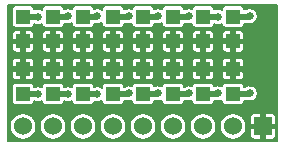
<source format=gtl>
G04 (created by PCBNEW (2013-01-15 BZR 3905)-testing) date Thu 17 Jan 2013 07:41:06 PM CET*
%MOIN*%
G04 Gerber Fmt 3.4, Leading zero omitted, Abs format*
%FSLAX34Y34*%
G01*
G70*
G90*
G04 APERTURE LIST*
%ADD10C,0.006*%
%ADD11R,0.06X0.06*%
%ADD12C,0.06*%
%ADD13R,0.0472X0.0472*%
%ADD14C,0.025*%
%ADD15C,0.02*%
%ADD16C,0.008*%
G04 APERTURE END LIST*
G54D10*
G54D11*
X40000Y-36000D03*
G54D12*
X39000Y-36000D03*
X38000Y-36000D03*
X37000Y-36000D03*
X36000Y-36000D03*
X35000Y-36000D03*
X34000Y-36000D03*
X33000Y-36000D03*
X32000Y-36000D03*
G54D13*
X32000Y-34087D03*
X32000Y-34913D03*
X38000Y-34087D03*
X38000Y-34913D03*
X33000Y-34087D03*
X33000Y-34913D03*
X34000Y-34087D03*
X34000Y-34913D03*
X35000Y-34087D03*
X35000Y-34913D03*
X36000Y-34087D03*
X36000Y-34913D03*
X37000Y-34087D03*
X37000Y-34913D03*
X39000Y-34087D03*
X39000Y-34913D03*
X32000Y-32337D03*
X32000Y-33163D03*
X33000Y-32337D03*
X33000Y-33163D03*
X34000Y-32337D03*
X34000Y-33163D03*
X35000Y-32337D03*
X35000Y-33163D03*
X36000Y-32337D03*
X36000Y-33163D03*
X37000Y-32337D03*
X37000Y-33163D03*
X38000Y-32337D03*
X38000Y-33163D03*
X39000Y-32337D03*
X39000Y-33163D03*
G54D14*
X33500Y-34925D03*
X33500Y-32325D03*
X38500Y-34900D03*
X38500Y-32350D03*
X39550Y-34900D03*
X39550Y-32325D03*
X32500Y-34925D03*
X32500Y-32350D03*
X36500Y-34900D03*
X36500Y-32325D03*
X34475Y-34925D03*
X34475Y-32325D03*
X35525Y-34900D03*
X35525Y-32325D03*
X37525Y-34900D03*
X37525Y-32325D03*
G54D15*
X33000Y-32337D02*
X33488Y-32337D01*
X33488Y-34913D02*
X33000Y-34913D01*
X33500Y-34925D02*
X33488Y-34913D01*
X33488Y-32337D02*
X33500Y-32325D01*
X38000Y-32337D02*
X38487Y-32337D01*
X38487Y-34913D02*
X38000Y-34913D01*
X38500Y-34900D02*
X38487Y-34913D01*
X38487Y-32337D02*
X38500Y-32350D01*
X39000Y-32337D02*
X39538Y-32337D01*
X39537Y-34913D02*
X39000Y-34913D01*
X39550Y-34900D02*
X39537Y-34913D01*
X39538Y-32337D02*
X39550Y-32325D01*
X32000Y-32337D02*
X32487Y-32337D01*
X32488Y-34913D02*
X32000Y-34913D01*
X32500Y-34925D02*
X32488Y-34913D01*
X32487Y-32337D02*
X32500Y-32350D01*
X36000Y-32337D02*
X36488Y-32337D01*
X36487Y-34913D02*
X36000Y-34913D01*
X36500Y-34900D02*
X36487Y-34913D01*
X36488Y-32337D02*
X36500Y-32325D01*
X34000Y-32337D02*
X34463Y-32337D01*
X34463Y-34913D02*
X34000Y-34913D01*
X34475Y-34925D02*
X34463Y-34913D01*
X34463Y-32337D02*
X34475Y-32325D01*
X35000Y-32337D02*
X35513Y-32337D01*
X35512Y-34913D02*
X35000Y-34913D01*
X35525Y-34900D02*
X35512Y-34913D01*
X35513Y-32337D02*
X35525Y-32325D01*
X37000Y-32337D02*
X37513Y-32337D01*
X37512Y-34913D02*
X37000Y-34913D01*
X37525Y-34900D02*
X37512Y-34913D01*
X37513Y-32337D02*
X37525Y-32325D01*
X39000Y-34087D02*
X39337Y-34087D01*
X40000Y-34750D02*
X40000Y-36000D01*
X39337Y-34087D02*
X40000Y-34750D01*
X32000Y-33163D02*
X33000Y-33163D01*
X38000Y-33163D02*
X38000Y-34087D01*
X37000Y-33163D02*
X37000Y-34087D01*
X36000Y-33163D02*
X36000Y-34087D01*
X35000Y-34087D02*
X35000Y-33163D01*
X34000Y-33163D02*
X34000Y-34087D01*
X33000Y-33163D02*
X33000Y-34087D01*
X33000Y-33163D02*
X34000Y-33163D01*
X34000Y-33163D02*
X35000Y-33163D01*
X35000Y-33163D02*
X36000Y-33163D01*
X36000Y-33163D02*
X37000Y-33163D01*
X37000Y-33163D02*
X38000Y-33163D01*
X38000Y-33163D02*
X39000Y-33163D01*
X39000Y-33163D02*
X39000Y-34087D01*
X39000Y-34087D02*
X38000Y-34087D01*
X38000Y-34087D02*
X37000Y-34087D01*
X37000Y-34087D02*
X36987Y-34100D01*
X36987Y-34100D02*
X36013Y-34100D01*
X36013Y-34100D02*
X36000Y-34087D01*
X36000Y-34087D02*
X34000Y-34087D01*
X34000Y-34087D02*
X33000Y-34087D01*
X33000Y-34087D02*
X32000Y-34087D01*
X32000Y-34087D02*
X32000Y-33163D01*
G54D10*
G36*
X40471Y-36495D02*
X40438Y-36495D01*
X40438Y-36287D01*
X40438Y-35712D01*
X40438Y-35685D01*
X40432Y-35658D01*
X40422Y-35633D01*
X40407Y-35611D01*
X40387Y-35592D01*
X40365Y-35577D01*
X40340Y-35566D01*
X40313Y-35561D01*
X40093Y-35561D01*
X40058Y-35596D01*
X40058Y-35941D01*
X40403Y-35941D01*
X40438Y-35906D01*
X40438Y-35712D01*
X40438Y-36287D01*
X40438Y-36093D01*
X40403Y-36058D01*
X40058Y-36058D01*
X40058Y-36403D01*
X40093Y-36438D01*
X40313Y-36438D01*
X40340Y-36433D01*
X40365Y-36422D01*
X40387Y-36407D01*
X40407Y-36388D01*
X40422Y-36366D01*
X40432Y-36341D01*
X40438Y-36314D01*
X40438Y-36287D01*
X40438Y-36495D01*
X39941Y-36495D01*
X39941Y-36403D01*
X39941Y-36058D01*
X39941Y-35941D01*
X39941Y-35596D01*
X39906Y-35561D01*
X39815Y-35561D01*
X39815Y-34874D01*
X39815Y-32299D01*
X39804Y-32248D01*
X39785Y-32199D01*
X39756Y-32156D01*
X39719Y-32119D01*
X39676Y-32090D01*
X39628Y-32070D01*
X39577Y-32060D01*
X39525Y-32059D01*
X39474Y-32069D01*
X39426Y-32089D01*
X39414Y-32097D01*
X39376Y-32097D01*
X39376Y-32087D01*
X39370Y-32060D01*
X39360Y-32034D01*
X39345Y-32012D01*
X39325Y-31992D01*
X39302Y-31977D01*
X39277Y-31966D01*
X39250Y-31961D01*
X39223Y-31960D01*
X38750Y-31960D01*
X38723Y-31966D01*
X38697Y-31976D01*
X38675Y-31991D01*
X38655Y-32011D01*
X38640Y-32034D01*
X38629Y-32059D01*
X38624Y-32086D01*
X38623Y-32113D01*
X38623Y-32114D01*
X38578Y-32095D01*
X38527Y-32085D01*
X38475Y-32084D01*
X38424Y-32094D01*
X38418Y-32097D01*
X38376Y-32097D01*
X38376Y-32087D01*
X38370Y-32060D01*
X38360Y-32034D01*
X38345Y-32012D01*
X38325Y-31992D01*
X38302Y-31977D01*
X38277Y-31966D01*
X38250Y-31961D01*
X38223Y-31960D01*
X37750Y-31960D01*
X37723Y-31966D01*
X37697Y-31976D01*
X37675Y-31991D01*
X37655Y-32011D01*
X37640Y-32034D01*
X37629Y-32059D01*
X37625Y-32079D01*
X37603Y-32070D01*
X37552Y-32060D01*
X37500Y-32059D01*
X37449Y-32069D01*
X37401Y-32089D01*
X37389Y-32097D01*
X37376Y-32097D01*
X37376Y-32087D01*
X37370Y-32060D01*
X37360Y-32034D01*
X37345Y-32012D01*
X37325Y-31992D01*
X37302Y-31977D01*
X37277Y-31966D01*
X37250Y-31961D01*
X37223Y-31960D01*
X36750Y-31960D01*
X36723Y-31966D01*
X36697Y-31976D01*
X36675Y-31991D01*
X36655Y-32011D01*
X36640Y-32034D01*
X36629Y-32059D01*
X36624Y-32086D01*
X36624Y-32089D01*
X36578Y-32070D01*
X36527Y-32060D01*
X36475Y-32059D01*
X36424Y-32069D01*
X36376Y-32089D01*
X36376Y-32089D01*
X36376Y-32087D01*
X36370Y-32060D01*
X36360Y-32034D01*
X36345Y-32012D01*
X36325Y-31992D01*
X36302Y-31977D01*
X36277Y-31966D01*
X36250Y-31961D01*
X36223Y-31960D01*
X35750Y-31960D01*
X35723Y-31966D01*
X35697Y-31976D01*
X35675Y-31991D01*
X35655Y-32011D01*
X35640Y-32034D01*
X35629Y-32059D01*
X35625Y-32079D01*
X35603Y-32070D01*
X35552Y-32060D01*
X35500Y-32059D01*
X35449Y-32069D01*
X35401Y-32089D01*
X35389Y-32097D01*
X35376Y-32097D01*
X35376Y-32087D01*
X35370Y-32060D01*
X35360Y-32034D01*
X35345Y-32012D01*
X35325Y-31992D01*
X35302Y-31977D01*
X35277Y-31966D01*
X35250Y-31961D01*
X35223Y-31960D01*
X34750Y-31960D01*
X34723Y-31966D01*
X34697Y-31976D01*
X34675Y-31991D01*
X34655Y-32011D01*
X34640Y-32034D01*
X34629Y-32059D01*
X34624Y-32086D01*
X34623Y-32105D01*
X34601Y-32090D01*
X34553Y-32070D01*
X34502Y-32060D01*
X34450Y-32059D01*
X34399Y-32069D01*
X34374Y-32079D01*
X34370Y-32060D01*
X34360Y-32034D01*
X34345Y-32012D01*
X34325Y-31992D01*
X34302Y-31977D01*
X34277Y-31966D01*
X34250Y-31961D01*
X34223Y-31960D01*
X33750Y-31960D01*
X33723Y-31966D01*
X33697Y-31976D01*
X33675Y-31991D01*
X33655Y-32011D01*
X33640Y-32034D01*
X33629Y-32059D01*
X33624Y-32086D01*
X33624Y-32089D01*
X33578Y-32070D01*
X33527Y-32060D01*
X33475Y-32059D01*
X33424Y-32069D01*
X33376Y-32089D01*
X33376Y-32089D01*
X33376Y-32087D01*
X33370Y-32060D01*
X33360Y-32034D01*
X33345Y-32012D01*
X33325Y-31992D01*
X33302Y-31977D01*
X33277Y-31966D01*
X33250Y-31961D01*
X33223Y-31960D01*
X32750Y-31960D01*
X32723Y-31966D01*
X32697Y-31976D01*
X32675Y-31991D01*
X32655Y-32011D01*
X32640Y-32034D01*
X32629Y-32059D01*
X32624Y-32086D01*
X32623Y-32113D01*
X32623Y-32114D01*
X32578Y-32095D01*
X32527Y-32085D01*
X32475Y-32084D01*
X32424Y-32094D01*
X32418Y-32097D01*
X32376Y-32097D01*
X32376Y-32087D01*
X32370Y-32060D01*
X32360Y-32034D01*
X32345Y-32012D01*
X32325Y-31992D01*
X32302Y-31977D01*
X32277Y-31966D01*
X32250Y-31961D01*
X32223Y-31960D01*
X31750Y-31960D01*
X31723Y-31966D01*
X31697Y-31976D01*
X31675Y-31991D01*
X31655Y-32011D01*
X31640Y-32034D01*
X31629Y-32059D01*
X31624Y-32086D01*
X31623Y-32113D01*
X31623Y-32586D01*
X31629Y-32613D01*
X31639Y-32639D01*
X31654Y-32661D01*
X31674Y-32681D01*
X31697Y-32696D01*
X31722Y-32707D01*
X31749Y-32712D01*
X31776Y-32713D01*
X32249Y-32713D01*
X32276Y-32707D01*
X32302Y-32697D01*
X32324Y-32682D01*
X32344Y-32662D01*
X32359Y-32639D01*
X32370Y-32614D01*
X32375Y-32587D01*
X32375Y-32584D01*
X32417Y-32603D01*
X32468Y-32614D01*
X32520Y-32615D01*
X32571Y-32606D01*
X32620Y-32587D01*
X32623Y-32585D01*
X32623Y-32586D01*
X32629Y-32613D01*
X32639Y-32639D01*
X32654Y-32661D01*
X32674Y-32681D01*
X32697Y-32696D01*
X32722Y-32707D01*
X32749Y-32712D01*
X32776Y-32713D01*
X33249Y-32713D01*
X33276Y-32707D01*
X33302Y-32697D01*
X33324Y-32682D01*
X33344Y-32662D01*
X33359Y-32639D01*
X33370Y-32614D01*
X33375Y-32587D01*
X33375Y-32577D01*
X33414Y-32577D01*
X33417Y-32578D01*
X33468Y-32589D01*
X33520Y-32590D01*
X33571Y-32581D01*
X33620Y-32562D01*
X33623Y-32560D01*
X33623Y-32586D01*
X33629Y-32613D01*
X33639Y-32639D01*
X33654Y-32661D01*
X33674Y-32681D01*
X33697Y-32696D01*
X33722Y-32707D01*
X33749Y-32712D01*
X33776Y-32713D01*
X34249Y-32713D01*
X34276Y-32707D01*
X34302Y-32697D01*
X34324Y-32682D01*
X34344Y-32662D01*
X34359Y-32639D01*
X34370Y-32614D01*
X34375Y-32587D01*
X34375Y-32577D01*
X34389Y-32577D01*
X34392Y-32578D01*
X34443Y-32589D01*
X34495Y-32590D01*
X34546Y-32581D01*
X34595Y-32562D01*
X34623Y-32544D01*
X34623Y-32586D01*
X34629Y-32613D01*
X34639Y-32639D01*
X34654Y-32661D01*
X34674Y-32681D01*
X34697Y-32696D01*
X34722Y-32707D01*
X34749Y-32712D01*
X34776Y-32713D01*
X35249Y-32713D01*
X35276Y-32707D01*
X35302Y-32697D01*
X35324Y-32682D01*
X35344Y-32662D01*
X35359Y-32639D01*
X35370Y-32614D01*
X35375Y-32587D01*
X35375Y-32577D01*
X35439Y-32577D01*
X35442Y-32578D01*
X35493Y-32589D01*
X35545Y-32590D01*
X35596Y-32581D01*
X35623Y-32570D01*
X35623Y-32586D01*
X35629Y-32613D01*
X35639Y-32639D01*
X35654Y-32661D01*
X35674Y-32681D01*
X35697Y-32696D01*
X35722Y-32707D01*
X35749Y-32712D01*
X35776Y-32713D01*
X36249Y-32713D01*
X36276Y-32707D01*
X36302Y-32697D01*
X36324Y-32682D01*
X36344Y-32662D01*
X36359Y-32639D01*
X36370Y-32614D01*
X36375Y-32587D01*
X36375Y-32577D01*
X36414Y-32577D01*
X36417Y-32578D01*
X36468Y-32589D01*
X36520Y-32590D01*
X36571Y-32581D01*
X36620Y-32562D01*
X36623Y-32560D01*
X36623Y-32586D01*
X36629Y-32613D01*
X36639Y-32639D01*
X36654Y-32661D01*
X36674Y-32681D01*
X36697Y-32696D01*
X36722Y-32707D01*
X36749Y-32712D01*
X36776Y-32713D01*
X37249Y-32713D01*
X37276Y-32707D01*
X37302Y-32697D01*
X37324Y-32682D01*
X37344Y-32662D01*
X37359Y-32639D01*
X37370Y-32614D01*
X37375Y-32587D01*
X37375Y-32577D01*
X37439Y-32577D01*
X37442Y-32578D01*
X37493Y-32589D01*
X37545Y-32590D01*
X37596Y-32581D01*
X37623Y-32570D01*
X37623Y-32586D01*
X37629Y-32613D01*
X37639Y-32639D01*
X37654Y-32661D01*
X37674Y-32681D01*
X37697Y-32696D01*
X37722Y-32707D01*
X37749Y-32712D01*
X37776Y-32713D01*
X38249Y-32713D01*
X38276Y-32707D01*
X38302Y-32697D01*
X38324Y-32682D01*
X38344Y-32662D01*
X38359Y-32639D01*
X38370Y-32614D01*
X38375Y-32587D01*
X38375Y-32584D01*
X38417Y-32603D01*
X38468Y-32614D01*
X38520Y-32615D01*
X38571Y-32606D01*
X38620Y-32587D01*
X38623Y-32585D01*
X38623Y-32586D01*
X38629Y-32613D01*
X38639Y-32639D01*
X38654Y-32661D01*
X38674Y-32681D01*
X38697Y-32696D01*
X38722Y-32707D01*
X38749Y-32712D01*
X38776Y-32713D01*
X39249Y-32713D01*
X39276Y-32707D01*
X39302Y-32697D01*
X39324Y-32682D01*
X39344Y-32662D01*
X39359Y-32639D01*
X39370Y-32614D01*
X39375Y-32587D01*
X39375Y-32577D01*
X39464Y-32577D01*
X39467Y-32578D01*
X39518Y-32589D01*
X39570Y-32590D01*
X39621Y-32581D01*
X39670Y-32562D01*
X39713Y-32534D01*
X39751Y-32498D01*
X39781Y-32456D01*
X39802Y-32409D01*
X39814Y-32358D01*
X39815Y-32299D01*
X39815Y-34874D01*
X39804Y-34823D01*
X39785Y-34774D01*
X39756Y-34731D01*
X39719Y-34694D01*
X39676Y-34665D01*
X39628Y-34645D01*
X39577Y-34635D01*
X39525Y-34634D01*
X39474Y-34644D01*
X39426Y-34664D01*
X39412Y-34673D01*
X39376Y-34673D01*
X39376Y-34663D01*
X39374Y-34655D01*
X39374Y-34336D01*
X39374Y-33837D01*
X39374Y-33412D01*
X39374Y-32913D01*
X39369Y-32886D01*
X39358Y-32861D01*
X39343Y-32839D01*
X39324Y-32819D01*
X39302Y-32804D01*
X39277Y-32794D01*
X39250Y-32788D01*
X39223Y-32788D01*
X39093Y-32788D01*
X39058Y-32823D01*
X39058Y-33104D01*
X39339Y-33104D01*
X39374Y-33069D01*
X39374Y-32913D01*
X39374Y-33412D01*
X39374Y-33256D01*
X39339Y-33221D01*
X39058Y-33221D01*
X39058Y-33502D01*
X39093Y-33537D01*
X39223Y-33537D01*
X39250Y-33537D01*
X39277Y-33531D01*
X39302Y-33521D01*
X39324Y-33506D01*
X39343Y-33486D01*
X39358Y-33464D01*
X39369Y-33439D01*
X39374Y-33412D01*
X39374Y-33837D01*
X39369Y-33810D01*
X39358Y-33785D01*
X39343Y-33763D01*
X39324Y-33743D01*
X39302Y-33728D01*
X39277Y-33718D01*
X39250Y-33712D01*
X39223Y-33712D01*
X39093Y-33712D01*
X39058Y-33747D01*
X39058Y-34028D01*
X39339Y-34028D01*
X39374Y-33993D01*
X39374Y-33837D01*
X39374Y-34336D01*
X39374Y-34180D01*
X39339Y-34145D01*
X39058Y-34145D01*
X39058Y-34426D01*
X39093Y-34461D01*
X39223Y-34461D01*
X39250Y-34461D01*
X39277Y-34455D01*
X39302Y-34445D01*
X39324Y-34430D01*
X39343Y-34410D01*
X39358Y-34388D01*
X39369Y-34363D01*
X39374Y-34336D01*
X39374Y-34655D01*
X39370Y-34636D01*
X39360Y-34610D01*
X39345Y-34588D01*
X39325Y-34568D01*
X39302Y-34553D01*
X39277Y-34542D01*
X39250Y-34537D01*
X39223Y-34536D01*
X38941Y-34536D01*
X38941Y-34426D01*
X38941Y-34145D01*
X38941Y-34028D01*
X38941Y-33747D01*
X38941Y-33502D01*
X38941Y-33221D01*
X38941Y-33104D01*
X38941Y-32823D01*
X38906Y-32788D01*
X38776Y-32788D01*
X38749Y-32788D01*
X38722Y-32794D01*
X38697Y-32804D01*
X38675Y-32819D01*
X38656Y-32839D01*
X38641Y-32861D01*
X38630Y-32886D01*
X38625Y-32913D01*
X38625Y-33069D01*
X38660Y-33104D01*
X38941Y-33104D01*
X38941Y-33221D01*
X38660Y-33221D01*
X38625Y-33256D01*
X38625Y-33412D01*
X38630Y-33439D01*
X38641Y-33464D01*
X38656Y-33486D01*
X38675Y-33506D01*
X38697Y-33521D01*
X38722Y-33531D01*
X38749Y-33537D01*
X38776Y-33537D01*
X38906Y-33537D01*
X38941Y-33502D01*
X38941Y-33747D01*
X38906Y-33712D01*
X38776Y-33712D01*
X38749Y-33712D01*
X38722Y-33718D01*
X38697Y-33728D01*
X38675Y-33743D01*
X38656Y-33763D01*
X38641Y-33785D01*
X38630Y-33810D01*
X38625Y-33837D01*
X38625Y-33993D01*
X38660Y-34028D01*
X38941Y-34028D01*
X38941Y-34145D01*
X38660Y-34145D01*
X38625Y-34180D01*
X38625Y-34336D01*
X38630Y-34363D01*
X38641Y-34388D01*
X38656Y-34410D01*
X38675Y-34430D01*
X38697Y-34445D01*
X38722Y-34455D01*
X38749Y-34461D01*
X38776Y-34461D01*
X38906Y-34461D01*
X38941Y-34426D01*
X38941Y-34536D01*
X38750Y-34536D01*
X38723Y-34542D01*
X38697Y-34552D01*
X38675Y-34567D01*
X38655Y-34587D01*
X38640Y-34610D01*
X38629Y-34635D01*
X38624Y-34662D01*
X38624Y-34664D01*
X38578Y-34645D01*
X38527Y-34635D01*
X38475Y-34634D01*
X38424Y-34644D01*
X38376Y-34664D01*
X38376Y-34664D01*
X38376Y-34663D01*
X38374Y-34655D01*
X38374Y-34336D01*
X38374Y-33837D01*
X38374Y-33412D01*
X38374Y-32913D01*
X38369Y-32886D01*
X38358Y-32861D01*
X38343Y-32839D01*
X38324Y-32819D01*
X38302Y-32804D01*
X38277Y-32794D01*
X38250Y-32788D01*
X38223Y-32788D01*
X38093Y-32788D01*
X38058Y-32823D01*
X38058Y-33104D01*
X38339Y-33104D01*
X38374Y-33069D01*
X38374Y-32913D01*
X38374Y-33412D01*
X38374Y-33256D01*
X38339Y-33221D01*
X38058Y-33221D01*
X38058Y-33502D01*
X38093Y-33537D01*
X38223Y-33537D01*
X38250Y-33537D01*
X38277Y-33531D01*
X38302Y-33521D01*
X38324Y-33506D01*
X38343Y-33486D01*
X38358Y-33464D01*
X38369Y-33439D01*
X38374Y-33412D01*
X38374Y-33837D01*
X38369Y-33810D01*
X38358Y-33785D01*
X38343Y-33763D01*
X38324Y-33743D01*
X38302Y-33728D01*
X38277Y-33718D01*
X38250Y-33712D01*
X38223Y-33712D01*
X38093Y-33712D01*
X38058Y-33747D01*
X38058Y-34028D01*
X38339Y-34028D01*
X38374Y-33993D01*
X38374Y-33837D01*
X38374Y-34336D01*
X38374Y-34180D01*
X38339Y-34145D01*
X38058Y-34145D01*
X38058Y-34426D01*
X38093Y-34461D01*
X38223Y-34461D01*
X38250Y-34461D01*
X38277Y-34455D01*
X38302Y-34445D01*
X38324Y-34430D01*
X38343Y-34410D01*
X38358Y-34388D01*
X38369Y-34363D01*
X38374Y-34336D01*
X38374Y-34655D01*
X38370Y-34636D01*
X38360Y-34610D01*
X38345Y-34588D01*
X38325Y-34568D01*
X38302Y-34553D01*
X38277Y-34542D01*
X38250Y-34537D01*
X38223Y-34536D01*
X37941Y-34536D01*
X37941Y-34426D01*
X37941Y-34145D01*
X37941Y-34028D01*
X37941Y-33747D01*
X37941Y-33502D01*
X37941Y-33221D01*
X37941Y-33104D01*
X37941Y-32823D01*
X37906Y-32788D01*
X37776Y-32788D01*
X37749Y-32788D01*
X37722Y-32794D01*
X37697Y-32804D01*
X37675Y-32819D01*
X37656Y-32839D01*
X37641Y-32861D01*
X37630Y-32886D01*
X37625Y-32913D01*
X37625Y-33069D01*
X37660Y-33104D01*
X37941Y-33104D01*
X37941Y-33221D01*
X37660Y-33221D01*
X37625Y-33256D01*
X37625Y-33412D01*
X37630Y-33439D01*
X37641Y-33464D01*
X37656Y-33486D01*
X37675Y-33506D01*
X37697Y-33521D01*
X37722Y-33531D01*
X37749Y-33537D01*
X37776Y-33537D01*
X37906Y-33537D01*
X37941Y-33502D01*
X37941Y-33747D01*
X37906Y-33712D01*
X37776Y-33712D01*
X37749Y-33712D01*
X37722Y-33718D01*
X37697Y-33728D01*
X37675Y-33743D01*
X37656Y-33763D01*
X37641Y-33785D01*
X37630Y-33810D01*
X37625Y-33837D01*
X37625Y-33993D01*
X37660Y-34028D01*
X37941Y-34028D01*
X37941Y-34145D01*
X37660Y-34145D01*
X37625Y-34180D01*
X37625Y-34336D01*
X37630Y-34363D01*
X37641Y-34388D01*
X37656Y-34410D01*
X37675Y-34430D01*
X37697Y-34445D01*
X37722Y-34455D01*
X37749Y-34461D01*
X37776Y-34461D01*
X37906Y-34461D01*
X37941Y-34426D01*
X37941Y-34536D01*
X37750Y-34536D01*
X37723Y-34542D01*
X37697Y-34552D01*
X37675Y-34567D01*
X37655Y-34587D01*
X37640Y-34610D01*
X37629Y-34635D01*
X37625Y-34654D01*
X37603Y-34645D01*
X37552Y-34635D01*
X37500Y-34634D01*
X37449Y-34644D01*
X37401Y-34664D01*
X37387Y-34673D01*
X37376Y-34673D01*
X37376Y-34663D01*
X37374Y-34655D01*
X37374Y-34336D01*
X37374Y-33837D01*
X37374Y-33412D01*
X37374Y-32913D01*
X37369Y-32886D01*
X37358Y-32861D01*
X37343Y-32839D01*
X37324Y-32819D01*
X37302Y-32804D01*
X37277Y-32794D01*
X37250Y-32788D01*
X37223Y-32788D01*
X37093Y-32788D01*
X37058Y-32823D01*
X37058Y-33104D01*
X37339Y-33104D01*
X37374Y-33069D01*
X37374Y-32913D01*
X37374Y-33412D01*
X37374Y-33256D01*
X37339Y-33221D01*
X37058Y-33221D01*
X37058Y-33502D01*
X37093Y-33537D01*
X37223Y-33537D01*
X37250Y-33537D01*
X37277Y-33531D01*
X37302Y-33521D01*
X37324Y-33506D01*
X37343Y-33486D01*
X37358Y-33464D01*
X37369Y-33439D01*
X37374Y-33412D01*
X37374Y-33837D01*
X37369Y-33810D01*
X37358Y-33785D01*
X37343Y-33763D01*
X37324Y-33743D01*
X37302Y-33728D01*
X37277Y-33718D01*
X37250Y-33712D01*
X37223Y-33712D01*
X37093Y-33712D01*
X37058Y-33747D01*
X37058Y-34028D01*
X37339Y-34028D01*
X37374Y-33993D01*
X37374Y-33837D01*
X37374Y-34336D01*
X37374Y-34180D01*
X37339Y-34145D01*
X37058Y-34145D01*
X37058Y-34426D01*
X37093Y-34461D01*
X37223Y-34461D01*
X37250Y-34461D01*
X37277Y-34455D01*
X37302Y-34445D01*
X37324Y-34430D01*
X37343Y-34410D01*
X37358Y-34388D01*
X37369Y-34363D01*
X37374Y-34336D01*
X37374Y-34655D01*
X37370Y-34636D01*
X37360Y-34610D01*
X37345Y-34588D01*
X37325Y-34568D01*
X37302Y-34553D01*
X37277Y-34542D01*
X37250Y-34537D01*
X37223Y-34536D01*
X36941Y-34536D01*
X36941Y-34426D01*
X36941Y-34145D01*
X36941Y-34028D01*
X36941Y-33747D01*
X36941Y-33502D01*
X36941Y-33221D01*
X36941Y-33104D01*
X36941Y-32823D01*
X36906Y-32788D01*
X36776Y-32788D01*
X36749Y-32788D01*
X36722Y-32794D01*
X36697Y-32804D01*
X36675Y-32819D01*
X36656Y-32839D01*
X36641Y-32861D01*
X36630Y-32886D01*
X36625Y-32913D01*
X36625Y-33069D01*
X36660Y-33104D01*
X36941Y-33104D01*
X36941Y-33221D01*
X36660Y-33221D01*
X36625Y-33256D01*
X36625Y-33412D01*
X36630Y-33439D01*
X36641Y-33464D01*
X36656Y-33486D01*
X36675Y-33506D01*
X36697Y-33521D01*
X36722Y-33531D01*
X36749Y-33537D01*
X36776Y-33537D01*
X36906Y-33537D01*
X36941Y-33502D01*
X36941Y-33747D01*
X36906Y-33712D01*
X36776Y-33712D01*
X36749Y-33712D01*
X36722Y-33718D01*
X36697Y-33728D01*
X36675Y-33743D01*
X36656Y-33763D01*
X36641Y-33785D01*
X36630Y-33810D01*
X36625Y-33837D01*
X36625Y-33993D01*
X36660Y-34028D01*
X36941Y-34028D01*
X36941Y-34145D01*
X36660Y-34145D01*
X36625Y-34180D01*
X36625Y-34336D01*
X36630Y-34363D01*
X36641Y-34388D01*
X36656Y-34410D01*
X36675Y-34430D01*
X36697Y-34445D01*
X36722Y-34455D01*
X36749Y-34461D01*
X36776Y-34461D01*
X36906Y-34461D01*
X36941Y-34426D01*
X36941Y-34536D01*
X36750Y-34536D01*
X36723Y-34542D01*
X36697Y-34552D01*
X36675Y-34567D01*
X36655Y-34587D01*
X36640Y-34610D01*
X36629Y-34635D01*
X36624Y-34662D01*
X36624Y-34664D01*
X36578Y-34645D01*
X36527Y-34635D01*
X36475Y-34634D01*
X36424Y-34644D01*
X36376Y-34664D01*
X36376Y-34664D01*
X36376Y-34663D01*
X36374Y-34655D01*
X36374Y-34336D01*
X36374Y-33837D01*
X36374Y-33412D01*
X36374Y-32913D01*
X36369Y-32886D01*
X36358Y-32861D01*
X36343Y-32839D01*
X36324Y-32819D01*
X36302Y-32804D01*
X36277Y-32794D01*
X36250Y-32788D01*
X36223Y-32788D01*
X36093Y-32788D01*
X36058Y-32823D01*
X36058Y-33104D01*
X36339Y-33104D01*
X36374Y-33069D01*
X36374Y-32913D01*
X36374Y-33412D01*
X36374Y-33256D01*
X36339Y-33221D01*
X36058Y-33221D01*
X36058Y-33502D01*
X36093Y-33537D01*
X36223Y-33537D01*
X36250Y-33537D01*
X36277Y-33531D01*
X36302Y-33521D01*
X36324Y-33506D01*
X36343Y-33486D01*
X36358Y-33464D01*
X36369Y-33439D01*
X36374Y-33412D01*
X36374Y-33837D01*
X36369Y-33810D01*
X36358Y-33785D01*
X36343Y-33763D01*
X36324Y-33743D01*
X36302Y-33728D01*
X36277Y-33718D01*
X36250Y-33712D01*
X36223Y-33712D01*
X36093Y-33712D01*
X36058Y-33747D01*
X36058Y-34028D01*
X36339Y-34028D01*
X36374Y-33993D01*
X36374Y-33837D01*
X36374Y-34336D01*
X36374Y-34180D01*
X36339Y-34145D01*
X36058Y-34145D01*
X36058Y-34426D01*
X36093Y-34461D01*
X36223Y-34461D01*
X36250Y-34461D01*
X36277Y-34455D01*
X36302Y-34445D01*
X36324Y-34430D01*
X36343Y-34410D01*
X36358Y-34388D01*
X36369Y-34363D01*
X36374Y-34336D01*
X36374Y-34655D01*
X36370Y-34636D01*
X36360Y-34610D01*
X36345Y-34588D01*
X36325Y-34568D01*
X36302Y-34553D01*
X36277Y-34542D01*
X36250Y-34537D01*
X36223Y-34536D01*
X35941Y-34536D01*
X35941Y-34426D01*
X35941Y-34145D01*
X35941Y-34028D01*
X35941Y-33747D01*
X35941Y-33502D01*
X35941Y-33221D01*
X35941Y-33104D01*
X35941Y-32823D01*
X35906Y-32788D01*
X35776Y-32788D01*
X35749Y-32788D01*
X35722Y-32794D01*
X35697Y-32804D01*
X35675Y-32819D01*
X35656Y-32839D01*
X35641Y-32861D01*
X35630Y-32886D01*
X35625Y-32913D01*
X35625Y-33069D01*
X35660Y-33104D01*
X35941Y-33104D01*
X35941Y-33221D01*
X35660Y-33221D01*
X35625Y-33256D01*
X35625Y-33412D01*
X35630Y-33439D01*
X35641Y-33464D01*
X35656Y-33486D01*
X35675Y-33506D01*
X35697Y-33521D01*
X35722Y-33531D01*
X35749Y-33537D01*
X35776Y-33537D01*
X35906Y-33537D01*
X35941Y-33502D01*
X35941Y-33747D01*
X35906Y-33712D01*
X35776Y-33712D01*
X35749Y-33712D01*
X35722Y-33718D01*
X35697Y-33728D01*
X35675Y-33743D01*
X35656Y-33763D01*
X35641Y-33785D01*
X35630Y-33810D01*
X35625Y-33837D01*
X35625Y-33993D01*
X35660Y-34028D01*
X35941Y-34028D01*
X35941Y-34145D01*
X35660Y-34145D01*
X35625Y-34180D01*
X35625Y-34336D01*
X35630Y-34363D01*
X35641Y-34388D01*
X35656Y-34410D01*
X35675Y-34430D01*
X35697Y-34445D01*
X35722Y-34455D01*
X35749Y-34461D01*
X35776Y-34461D01*
X35906Y-34461D01*
X35941Y-34426D01*
X35941Y-34536D01*
X35750Y-34536D01*
X35723Y-34542D01*
X35697Y-34552D01*
X35675Y-34567D01*
X35655Y-34587D01*
X35640Y-34610D01*
X35629Y-34635D01*
X35625Y-34654D01*
X35603Y-34645D01*
X35552Y-34635D01*
X35500Y-34634D01*
X35449Y-34644D01*
X35401Y-34664D01*
X35387Y-34673D01*
X35376Y-34673D01*
X35376Y-34663D01*
X35374Y-34655D01*
X35374Y-34336D01*
X35374Y-33837D01*
X35374Y-33412D01*
X35374Y-32913D01*
X35369Y-32886D01*
X35358Y-32861D01*
X35343Y-32839D01*
X35324Y-32819D01*
X35302Y-32804D01*
X35277Y-32794D01*
X35250Y-32788D01*
X35223Y-32788D01*
X35093Y-32788D01*
X35058Y-32823D01*
X35058Y-33104D01*
X35339Y-33104D01*
X35374Y-33069D01*
X35374Y-32913D01*
X35374Y-33412D01*
X35374Y-33256D01*
X35339Y-33221D01*
X35058Y-33221D01*
X35058Y-33502D01*
X35093Y-33537D01*
X35223Y-33537D01*
X35250Y-33537D01*
X35277Y-33531D01*
X35302Y-33521D01*
X35324Y-33506D01*
X35343Y-33486D01*
X35358Y-33464D01*
X35369Y-33439D01*
X35374Y-33412D01*
X35374Y-33837D01*
X35369Y-33810D01*
X35358Y-33785D01*
X35343Y-33763D01*
X35324Y-33743D01*
X35302Y-33728D01*
X35277Y-33718D01*
X35250Y-33712D01*
X35223Y-33712D01*
X35093Y-33712D01*
X35058Y-33747D01*
X35058Y-34028D01*
X35339Y-34028D01*
X35374Y-33993D01*
X35374Y-33837D01*
X35374Y-34336D01*
X35374Y-34180D01*
X35339Y-34145D01*
X35058Y-34145D01*
X35058Y-34426D01*
X35093Y-34461D01*
X35223Y-34461D01*
X35250Y-34461D01*
X35277Y-34455D01*
X35302Y-34445D01*
X35324Y-34430D01*
X35343Y-34410D01*
X35358Y-34388D01*
X35369Y-34363D01*
X35374Y-34336D01*
X35374Y-34655D01*
X35370Y-34636D01*
X35360Y-34610D01*
X35345Y-34588D01*
X35325Y-34568D01*
X35302Y-34553D01*
X35277Y-34542D01*
X35250Y-34537D01*
X35223Y-34536D01*
X34941Y-34536D01*
X34941Y-34426D01*
X34941Y-34145D01*
X34941Y-34028D01*
X34941Y-33747D01*
X34941Y-33502D01*
X34941Y-33221D01*
X34941Y-33104D01*
X34941Y-32823D01*
X34906Y-32788D01*
X34776Y-32788D01*
X34749Y-32788D01*
X34722Y-32794D01*
X34697Y-32804D01*
X34675Y-32819D01*
X34656Y-32839D01*
X34641Y-32861D01*
X34630Y-32886D01*
X34625Y-32913D01*
X34625Y-33069D01*
X34660Y-33104D01*
X34941Y-33104D01*
X34941Y-33221D01*
X34660Y-33221D01*
X34625Y-33256D01*
X34625Y-33412D01*
X34630Y-33439D01*
X34641Y-33464D01*
X34656Y-33486D01*
X34675Y-33506D01*
X34697Y-33521D01*
X34722Y-33531D01*
X34749Y-33537D01*
X34776Y-33537D01*
X34906Y-33537D01*
X34941Y-33502D01*
X34941Y-33747D01*
X34906Y-33712D01*
X34776Y-33712D01*
X34749Y-33712D01*
X34722Y-33718D01*
X34697Y-33728D01*
X34675Y-33743D01*
X34656Y-33763D01*
X34641Y-33785D01*
X34630Y-33810D01*
X34625Y-33837D01*
X34625Y-33993D01*
X34660Y-34028D01*
X34941Y-34028D01*
X34941Y-34145D01*
X34660Y-34145D01*
X34625Y-34180D01*
X34625Y-34336D01*
X34630Y-34363D01*
X34641Y-34388D01*
X34656Y-34410D01*
X34675Y-34430D01*
X34697Y-34445D01*
X34722Y-34455D01*
X34749Y-34461D01*
X34776Y-34461D01*
X34906Y-34461D01*
X34941Y-34426D01*
X34941Y-34536D01*
X34750Y-34536D01*
X34723Y-34542D01*
X34697Y-34552D01*
X34675Y-34567D01*
X34655Y-34587D01*
X34640Y-34610D01*
X34629Y-34635D01*
X34624Y-34662D01*
X34623Y-34689D01*
X34623Y-34705D01*
X34601Y-34690D01*
X34553Y-34670D01*
X34502Y-34660D01*
X34450Y-34659D01*
X34399Y-34669D01*
X34391Y-34673D01*
X34376Y-34673D01*
X34376Y-34663D01*
X34374Y-34655D01*
X34374Y-34336D01*
X34374Y-33837D01*
X34374Y-33412D01*
X34374Y-32913D01*
X34369Y-32886D01*
X34358Y-32861D01*
X34343Y-32839D01*
X34324Y-32819D01*
X34302Y-32804D01*
X34277Y-32794D01*
X34250Y-32788D01*
X34223Y-32788D01*
X34093Y-32788D01*
X34058Y-32823D01*
X34058Y-33104D01*
X34339Y-33104D01*
X34374Y-33069D01*
X34374Y-32913D01*
X34374Y-33412D01*
X34374Y-33256D01*
X34339Y-33221D01*
X34058Y-33221D01*
X34058Y-33502D01*
X34093Y-33537D01*
X34223Y-33537D01*
X34250Y-33537D01*
X34277Y-33531D01*
X34302Y-33521D01*
X34324Y-33506D01*
X34343Y-33486D01*
X34358Y-33464D01*
X34369Y-33439D01*
X34374Y-33412D01*
X34374Y-33837D01*
X34369Y-33810D01*
X34358Y-33785D01*
X34343Y-33763D01*
X34324Y-33743D01*
X34302Y-33728D01*
X34277Y-33718D01*
X34250Y-33712D01*
X34223Y-33712D01*
X34093Y-33712D01*
X34058Y-33747D01*
X34058Y-34028D01*
X34339Y-34028D01*
X34374Y-33993D01*
X34374Y-33837D01*
X34374Y-34336D01*
X34374Y-34180D01*
X34339Y-34145D01*
X34058Y-34145D01*
X34058Y-34426D01*
X34093Y-34461D01*
X34223Y-34461D01*
X34250Y-34461D01*
X34277Y-34455D01*
X34302Y-34445D01*
X34324Y-34430D01*
X34343Y-34410D01*
X34358Y-34388D01*
X34369Y-34363D01*
X34374Y-34336D01*
X34374Y-34655D01*
X34370Y-34636D01*
X34360Y-34610D01*
X34345Y-34588D01*
X34325Y-34568D01*
X34302Y-34553D01*
X34277Y-34542D01*
X34250Y-34537D01*
X34223Y-34536D01*
X33941Y-34536D01*
X33941Y-34426D01*
X33941Y-34145D01*
X33941Y-34028D01*
X33941Y-33747D01*
X33941Y-33502D01*
X33941Y-33221D01*
X33941Y-33104D01*
X33941Y-32823D01*
X33906Y-32788D01*
X33776Y-32788D01*
X33749Y-32788D01*
X33722Y-32794D01*
X33697Y-32804D01*
X33675Y-32819D01*
X33656Y-32839D01*
X33641Y-32861D01*
X33630Y-32886D01*
X33625Y-32913D01*
X33625Y-33069D01*
X33660Y-33104D01*
X33941Y-33104D01*
X33941Y-33221D01*
X33660Y-33221D01*
X33625Y-33256D01*
X33625Y-33412D01*
X33630Y-33439D01*
X33641Y-33464D01*
X33656Y-33486D01*
X33675Y-33506D01*
X33697Y-33521D01*
X33722Y-33531D01*
X33749Y-33537D01*
X33776Y-33537D01*
X33906Y-33537D01*
X33941Y-33502D01*
X33941Y-33747D01*
X33906Y-33712D01*
X33776Y-33712D01*
X33749Y-33712D01*
X33722Y-33718D01*
X33697Y-33728D01*
X33675Y-33743D01*
X33656Y-33763D01*
X33641Y-33785D01*
X33630Y-33810D01*
X33625Y-33837D01*
X33625Y-33993D01*
X33660Y-34028D01*
X33941Y-34028D01*
X33941Y-34145D01*
X33660Y-34145D01*
X33625Y-34180D01*
X33625Y-34336D01*
X33630Y-34363D01*
X33641Y-34388D01*
X33656Y-34410D01*
X33675Y-34430D01*
X33697Y-34445D01*
X33722Y-34455D01*
X33749Y-34461D01*
X33776Y-34461D01*
X33906Y-34461D01*
X33941Y-34426D01*
X33941Y-34536D01*
X33750Y-34536D01*
X33723Y-34542D01*
X33697Y-34552D01*
X33675Y-34567D01*
X33655Y-34587D01*
X33640Y-34610D01*
X33629Y-34635D01*
X33624Y-34662D01*
X33623Y-34689D01*
X33578Y-34670D01*
X33527Y-34660D01*
X33475Y-34659D01*
X33424Y-34669D01*
X33416Y-34673D01*
X33376Y-34673D01*
X33376Y-34663D01*
X33374Y-34655D01*
X33374Y-34336D01*
X33374Y-33837D01*
X33374Y-33412D01*
X33374Y-32913D01*
X33369Y-32886D01*
X33358Y-32861D01*
X33343Y-32839D01*
X33324Y-32819D01*
X33302Y-32804D01*
X33277Y-32794D01*
X33250Y-32788D01*
X33223Y-32788D01*
X33093Y-32788D01*
X33058Y-32823D01*
X33058Y-33104D01*
X33339Y-33104D01*
X33374Y-33069D01*
X33374Y-32913D01*
X33374Y-33412D01*
X33374Y-33256D01*
X33339Y-33221D01*
X33058Y-33221D01*
X33058Y-33502D01*
X33093Y-33537D01*
X33223Y-33537D01*
X33250Y-33537D01*
X33277Y-33531D01*
X33302Y-33521D01*
X33324Y-33506D01*
X33343Y-33486D01*
X33358Y-33464D01*
X33369Y-33439D01*
X33374Y-33412D01*
X33374Y-33837D01*
X33369Y-33810D01*
X33358Y-33785D01*
X33343Y-33763D01*
X33324Y-33743D01*
X33302Y-33728D01*
X33277Y-33718D01*
X33250Y-33712D01*
X33223Y-33712D01*
X33093Y-33712D01*
X33058Y-33747D01*
X33058Y-34028D01*
X33339Y-34028D01*
X33374Y-33993D01*
X33374Y-33837D01*
X33374Y-34336D01*
X33374Y-34180D01*
X33339Y-34145D01*
X33058Y-34145D01*
X33058Y-34426D01*
X33093Y-34461D01*
X33223Y-34461D01*
X33250Y-34461D01*
X33277Y-34455D01*
X33302Y-34445D01*
X33324Y-34430D01*
X33343Y-34410D01*
X33358Y-34388D01*
X33369Y-34363D01*
X33374Y-34336D01*
X33374Y-34655D01*
X33370Y-34636D01*
X33360Y-34610D01*
X33345Y-34588D01*
X33325Y-34568D01*
X33302Y-34553D01*
X33277Y-34542D01*
X33250Y-34537D01*
X33223Y-34536D01*
X32941Y-34536D01*
X32941Y-34426D01*
X32941Y-34145D01*
X32941Y-34028D01*
X32941Y-33747D01*
X32941Y-33502D01*
X32941Y-33221D01*
X32941Y-33104D01*
X32941Y-32823D01*
X32906Y-32788D01*
X32776Y-32788D01*
X32749Y-32788D01*
X32722Y-32794D01*
X32697Y-32804D01*
X32675Y-32819D01*
X32656Y-32839D01*
X32641Y-32861D01*
X32630Y-32886D01*
X32625Y-32913D01*
X32625Y-33069D01*
X32660Y-33104D01*
X32941Y-33104D01*
X32941Y-33221D01*
X32660Y-33221D01*
X32625Y-33256D01*
X32625Y-33412D01*
X32630Y-33439D01*
X32641Y-33464D01*
X32656Y-33486D01*
X32675Y-33506D01*
X32697Y-33521D01*
X32722Y-33531D01*
X32749Y-33537D01*
X32776Y-33537D01*
X32906Y-33537D01*
X32941Y-33502D01*
X32941Y-33747D01*
X32906Y-33712D01*
X32776Y-33712D01*
X32749Y-33712D01*
X32722Y-33718D01*
X32697Y-33728D01*
X32675Y-33743D01*
X32656Y-33763D01*
X32641Y-33785D01*
X32630Y-33810D01*
X32625Y-33837D01*
X32625Y-33993D01*
X32660Y-34028D01*
X32941Y-34028D01*
X32941Y-34145D01*
X32660Y-34145D01*
X32625Y-34180D01*
X32625Y-34336D01*
X32630Y-34363D01*
X32641Y-34388D01*
X32656Y-34410D01*
X32675Y-34430D01*
X32697Y-34445D01*
X32722Y-34455D01*
X32749Y-34461D01*
X32776Y-34461D01*
X32906Y-34461D01*
X32941Y-34426D01*
X32941Y-34536D01*
X32750Y-34536D01*
X32723Y-34542D01*
X32697Y-34552D01*
X32675Y-34567D01*
X32655Y-34587D01*
X32640Y-34610D01*
X32629Y-34635D01*
X32624Y-34662D01*
X32623Y-34689D01*
X32578Y-34670D01*
X32527Y-34660D01*
X32475Y-34659D01*
X32424Y-34669D01*
X32416Y-34673D01*
X32376Y-34673D01*
X32376Y-34663D01*
X32374Y-34655D01*
X32374Y-34336D01*
X32374Y-33837D01*
X32374Y-33412D01*
X32374Y-32913D01*
X32369Y-32886D01*
X32358Y-32861D01*
X32343Y-32839D01*
X32324Y-32819D01*
X32302Y-32804D01*
X32277Y-32794D01*
X32250Y-32788D01*
X32223Y-32788D01*
X32093Y-32788D01*
X32058Y-32823D01*
X32058Y-33104D01*
X32339Y-33104D01*
X32374Y-33069D01*
X32374Y-32913D01*
X32374Y-33412D01*
X32374Y-33256D01*
X32339Y-33221D01*
X32058Y-33221D01*
X32058Y-33502D01*
X32093Y-33537D01*
X32223Y-33537D01*
X32250Y-33537D01*
X32277Y-33531D01*
X32302Y-33521D01*
X32324Y-33506D01*
X32343Y-33486D01*
X32358Y-33464D01*
X32369Y-33439D01*
X32374Y-33412D01*
X32374Y-33837D01*
X32369Y-33810D01*
X32358Y-33785D01*
X32343Y-33763D01*
X32324Y-33743D01*
X32302Y-33728D01*
X32277Y-33718D01*
X32250Y-33712D01*
X32223Y-33712D01*
X32093Y-33712D01*
X32058Y-33747D01*
X32058Y-34028D01*
X32339Y-34028D01*
X32374Y-33993D01*
X32374Y-33837D01*
X32374Y-34336D01*
X32374Y-34180D01*
X32339Y-34145D01*
X32058Y-34145D01*
X32058Y-34426D01*
X32093Y-34461D01*
X32223Y-34461D01*
X32250Y-34461D01*
X32277Y-34455D01*
X32302Y-34445D01*
X32324Y-34430D01*
X32343Y-34410D01*
X32358Y-34388D01*
X32369Y-34363D01*
X32374Y-34336D01*
X32374Y-34655D01*
X32370Y-34636D01*
X32360Y-34610D01*
X32345Y-34588D01*
X32325Y-34568D01*
X32302Y-34553D01*
X32277Y-34542D01*
X32250Y-34537D01*
X32223Y-34536D01*
X31941Y-34536D01*
X31941Y-34426D01*
X31941Y-34145D01*
X31941Y-34028D01*
X31941Y-33747D01*
X31941Y-33502D01*
X31941Y-33221D01*
X31941Y-33104D01*
X31941Y-32823D01*
X31906Y-32788D01*
X31776Y-32788D01*
X31749Y-32788D01*
X31722Y-32794D01*
X31697Y-32804D01*
X31675Y-32819D01*
X31656Y-32839D01*
X31641Y-32861D01*
X31630Y-32886D01*
X31625Y-32913D01*
X31625Y-33069D01*
X31660Y-33104D01*
X31941Y-33104D01*
X31941Y-33221D01*
X31660Y-33221D01*
X31625Y-33256D01*
X31625Y-33412D01*
X31630Y-33439D01*
X31641Y-33464D01*
X31656Y-33486D01*
X31675Y-33506D01*
X31697Y-33521D01*
X31722Y-33531D01*
X31749Y-33537D01*
X31776Y-33537D01*
X31906Y-33537D01*
X31941Y-33502D01*
X31941Y-33747D01*
X31906Y-33712D01*
X31776Y-33712D01*
X31749Y-33712D01*
X31722Y-33718D01*
X31697Y-33728D01*
X31675Y-33743D01*
X31656Y-33763D01*
X31641Y-33785D01*
X31630Y-33810D01*
X31625Y-33837D01*
X31625Y-33993D01*
X31660Y-34028D01*
X31941Y-34028D01*
X31941Y-34145D01*
X31660Y-34145D01*
X31625Y-34180D01*
X31625Y-34336D01*
X31630Y-34363D01*
X31641Y-34388D01*
X31656Y-34410D01*
X31675Y-34430D01*
X31697Y-34445D01*
X31722Y-34455D01*
X31749Y-34461D01*
X31776Y-34461D01*
X31906Y-34461D01*
X31941Y-34426D01*
X31941Y-34536D01*
X31750Y-34536D01*
X31723Y-34542D01*
X31697Y-34552D01*
X31675Y-34567D01*
X31655Y-34587D01*
X31640Y-34610D01*
X31629Y-34635D01*
X31624Y-34662D01*
X31623Y-34689D01*
X31623Y-35162D01*
X31629Y-35189D01*
X31639Y-35215D01*
X31654Y-35237D01*
X31674Y-35257D01*
X31697Y-35272D01*
X31722Y-35283D01*
X31749Y-35288D01*
X31776Y-35289D01*
X32249Y-35289D01*
X32276Y-35283D01*
X32302Y-35273D01*
X32324Y-35258D01*
X32344Y-35238D01*
X32359Y-35215D01*
X32370Y-35190D01*
X32375Y-35163D01*
X32375Y-35159D01*
X32417Y-35178D01*
X32468Y-35189D01*
X32520Y-35190D01*
X32571Y-35181D01*
X32620Y-35162D01*
X32623Y-35160D01*
X32623Y-35162D01*
X32629Y-35189D01*
X32639Y-35215D01*
X32654Y-35237D01*
X32674Y-35257D01*
X32697Y-35272D01*
X32722Y-35283D01*
X32749Y-35288D01*
X32776Y-35289D01*
X33249Y-35289D01*
X33276Y-35283D01*
X33302Y-35273D01*
X33324Y-35258D01*
X33344Y-35238D01*
X33359Y-35215D01*
X33370Y-35190D01*
X33375Y-35163D01*
X33375Y-35159D01*
X33417Y-35178D01*
X33468Y-35189D01*
X33520Y-35190D01*
X33571Y-35181D01*
X33620Y-35162D01*
X33623Y-35160D01*
X33623Y-35162D01*
X33629Y-35189D01*
X33639Y-35215D01*
X33654Y-35237D01*
X33674Y-35257D01*
X33697Y-35272D01*
X33722Y-35283D01*
X33749Y-35288D01*
X33776Y-35289D01*
X34249Y-35289D01*
X34276Y-35283D01*
X34302Y-35273D01*
X34324Y-35258D01*
X34344Y-35238D01*
X34359Y-35215D01*
X34370Y-35190D01*
X34374Y-35170D01*
X34392Y-35178D01*
X34443Y-35189D01*
X34495Y-35190D01*
X34546Y-35181D01*
X34595Y-35162D01*
X34623Y-35144D01*
X34623Y-35162D01*
X34629Y-35189D01*
X34639Y-35215D01*
X34654Y-35237D01*
X34674Y-35257D01*
X34697Y-35272D01*
X34722Y-35283D01*
X34749Y-35288D01*
X34776Y-35289D01*
X35249Y-35289D01*
X35276Y-35283D01*
X35302Y-35273D01*
X35324Y-35258D01*
X35344Y-35238D01*
X35359Y-35215D01*
X35370Y-35190D01*
X35375Y-35163D01*
X35375Y-35153D01*
X35442Y-35153D01*
X35442Y-35153D01*
X35493Y-35164D01*
X35545Y-35165D01*
X35596Y-35156D01*
X35623Y-35145D01*
X35623Y-35162D01*
X35629Y-35189D01*
X35639Y-35215D01*
X35654Y-35237D01*
X35674Y-35257D01*
X35697Y-35272D01*
X35722Y-35283D01*
X35749Y-35288D01*
X35776Y-35289D01*
X36249Y-35289D01*
X36276Y-35283D01*
X36302Y-35273D01*
X36324Y-35258D01*
X36344Y-35238D01*
X36359Y-35215D01*
X36370Y-35190D01*
X36375Y-35163D01*
X36375Y-35153D01*
X36417Y-35153D01*
X36417Y-35153D01*
X36468Y-35164D01*
X36520Y-35165D01*
X36571Y-35156D01*
X36620Y-35137D01*
X36623Y-35135D01*
X36623Y-35162D01*
X36629Y-35189D01*
X36639Y-35215D01*
X36654Y-35237D01*
X36674Y-35257D01*
X36697Y-35272D01*
X36722Y-35283D01*
X36749Y-35288D01*
X36776Y-35289D01*
X37249Y-35289D01*
X37276Y-35283D01*
X37302Y-35273D01*
X37324Y-35258D01*
X37344Y-35238D01*
X37359Y-35215D01*
X37370Y-35190D01*
X37375Y-35163D01*
X37375Y-35153D01*
X37442Y-35153D01*
X37442Y-35153D01*
X37493Y-35164D01*
X37545Y-35165D01*
X37596Y-35156D01*
X37623Y-35145D01*
X37623Y-35162D01*
X37629Y-35189D01*
X37639Y-35215D01*
X37654Y-35237D01*
X37674Y-35257D01*
X37697Y-35272D01*
X37722Y-35283D01*
X37749Y-35288D01*
X37776Y-35289D01*
X38249Y-35289D01*
X38276Y-35283D01*
X38302Y-35273D01*
X38324Y-35258D01*
X38344Y-35238D01*
X38359Y-35215D01*
X38370Y-35190D01*
X38375Y-35163D01*
X38375Y-35153D01*
X38417Y-35153D01*
X38417Y-35153D01*
X38468Y-35164D01*
X38520Y-35165D01*
X38571Y-35156D01*
X38620Y-35137D01*
X38623Y-35135D01*
X38623Y-35162D01*
X38629Y-35189D01*
X38639Y-35215D01*
X38654Y-35237D01*
X38674Y-35257D01*
X38697Y-35272D01*
X38722Y-35283D01*
X38749Y-35288D01*
X38776Y-35289D01*
X39249Y-35289D01*
X39276Y-35283D01*
X39302Y-35273D01*
X39324Y-35258D01*
X39344Y-35238D01*
X39359Y-35215D01*
X39370Y-35190D01*
X39375Y-35163D01*
X39375Y-35153D01*
X39467Y-35153D01*
X39467Y-35153D01*
X39518Y-35164D01*
X39570Y-35165D01*
X39621Y-35156D01*
X39670Y-35137D01*
X39713Y-35109D01*
X39751Y-35073D01*
X39781Y-35031D01*
X39802Y-34984D01*
X39814Y-34933D01*
X39815Y-34874D01*
X39815Y-35561D01*
X39686Y-35561D01*
X39659Y-35566D01*
X39634Y-35577D01*
X39612Y-35592D01*
X39592Y-35611D01*
X39577Y-35633D01*
X39567Y-35658D01*
X39561Y-35685D01*
X39561Y-35712D01*
X39561Y-35906D01*
X39596Y-35941D01*
X39941Y-35941D01*
X39941Y-36058D01*
X39596Y-36058D01*
X39561Y-36093D01*
X39561Y-36287D01*
X39561Y-36314D01*
X39567Y-36341D01*
X39577Y-36366D01*
X39592Y-36388D01*
X39612Y-36407D01*
X39634Y-36422D01*
X39659Y-36433D01*
X39686Y-36438D01*
X39906Y-36438D01*
X39941Y-36403D01*
X39941Y-36495D01*
X39440Y-36495D01*
X39440Y-35956D01*
X39423Y-35872D01*
X39390Y-35792D01*
X39342Y-35720D01*
X39281Y-35659D01*
X39210Y-35611D01*
X39130Y-35577D01*
X39046Y-35560D01*
X38959Y-35559D01*
X38875Y-35575D01*
X38795Y-35608D01*
X38722Y-35655D01*
X38661Y-35715D01*
X38612Y-35787D01*
X38578Y-35866D01*
X38560Y-35950D01*
X38559Y-36036D01*
X38574Y-36121D01*
X38606Y-36202D01*
X38653Y-36274D01*
X38713Y-36336D01*
X38784Y-36385D01*
X38863Y-36420D01*
X38947Y-36439D01*
X39033Y-36440D01*
X39118Y-36425D01*
X39199Y-36394D01*
X39272Y-36348D01*
X39334Y-36288D01*
X39384Y-36218D01*
X39419Y-36139D01*
X39438Y-36055D01*
X39440Y-35956D01*
X39440Y-36495D01*
X38440Y-36495D01*
X38440Y-35956D01*
X38423Y-35872D01*
X38390Y-35792D01*
X38342Y-35720D01*
X38281Y-35659D01*
X38210Y-35611D01*
X38130Y-35577D01*
X38046Y-35560D01*
X37959Y-35559D01*
X37875Y-35575D01*
X37795Y-35608D01*
X37722Y-35655D01*
X37661Y-35715D01*
X37612Y-35787D01*
X37578Y-35866D01*
X37560Y-35950D01*
X37559Y-36036D01*
X37574Y-36121D01*
X37606Y-36202D01*
X37653Y-36274D01*
X37713Y-36336D01*
X37784Y-36385D01*
X37863Y-36420D01*
X37947Y-36439D01*
X38033Y-36440D01*
X38118Y-36425D01*
X38199Y-36394D01*
X38272Y-36348D01*
X38334Y-36288D01*
X38384Y-36218D01*
X38419Y-36139D01*
X38438Y-36055D01*
X38440Y-35956D01*
X38440Y-36495D01*
X37440Y-36495D01*
X37440Y-35956D01*
X37423Y-35872D01*
X37390Y-35792D01*
X37342Y-35720D01*
X37281Y-35659D01*
X37210Y-35611D01*
X37130Y-35577D01*
X37046Y-35560D01*
X36959Y-35559D01*
X36875Y-35575D01*
X36795Y-35608D01*
X36722Y-35655D01*
X36661Y-35715D01*
X36612Y-35787D01*
X36578Y-35866D01*
X36560Y-35950D01*
X36559Y-36036D01*
X36574Y-36121D01*
X36606Y-36202D01*
X36653Y-36274D01*
X36713Y-36336D01*
X36784Y-36385D01*
X36863Y-36420D01*
X36947Y-36439D01*
X37033Y-36440D01*
X37118Y-36425D01*
X37199Y-36394D01*
X37272Y-36348D01*
X37334Y-36288D01*
X37384Y-36218D01*
X37419Y-36139D01*
X37438Y-36055D01*
X37440Y-35956D01*
X37440Y-36495D01*
X36440Y-36495D01*
X36440Y-35956D01*
X36423Y-35872D01*
X36390Y-35792D01*
X36342Y-35720D01*
X36281Y-35659D01*
X36210Y-35611D01*
X36130Y-35577D01*
X36046Y-35560D01*
X35959Y-35559D01*
X35875Y-35575D01*
X35795Y-35608D01*
X35722Y-35655D01*
X35661Y-35715D01*
X35612Y-35787D01*
X35578Y-35866D01*
X35560Y-35950D01*
X35559Y-36036D01*
X35574Y-36121D01*
X35606Y-36202D01*
X35653Y-36274D01*
X35713Y-36336D01*
X35784Y-36385D01*
X35863Y-36420D01*
X35947Y-36439D01*
X36033Y-36440D01*
X36118Y-36425D01*
X36199Y-36394D01*
X36272Y-36348D01*
X36334Y-36288D01*
X36384Y-36218D01*
X36419Y-36139D01*
X36438Y-36055D01*
X36440Y-35956D01*
X36440Y-36495D01*
X35440Y-36495D01*
X35440Y-35956D01*
X35423Y-35872D01*
X35390Y-35792D01*
X35342Y-35720D01*
X35281Y-35659D01*
X35210Y-35611D01*
X35130Y-35577D01*
X35046Y-35560D01*
X34959Y-35559D01*
X34875Y-35575D01*
X34795Y-35608D01*
X34722Y-35655D01*
X34661Y-35715D01*
X34612Y-35787D01*
X34578Y-35866D01*
X34560Y-35950D01*
X34559Y-36036D01*
X34574Y-36121D01*
X34606Y-36202D01*
X34653Y-36274D01*
X34713Y-36336D01*
X34784Y-36385D01*
X34863Y-36420D01*
X34947Y-36439D01*
X35033Y-36440D01*
X35118Y-36425D01*
X35199Y-36394D01*
X35272Y-36348D01*
X35334Y-36288D01*
X35384Y-36218D01*
X35419Y-36139D01*
X35438Y-36055D01*
X35440Y-35956D01*
X35440Y-36495D01*
X34440Y-36495D01*
X34440Y-35956D01*
X34423Y-35872D01*
X34390Y-35792D01*
X34342Y-35720D01*
X34281Y-35659D01*
X34210Y-35611D01*
X34130Y-35577D01*
X34046Y-35560D01*
X33959Y-35559D01*
X33875Y-35575D01*
X33795Y-35608D01*
X33722Y-35655D01*
X33661Y-35715D01*
X33612Y-35787D01*
X33578Y-35866D01*
X33560Y-35950D01*
X33559Y-36036D01*
X33574Y-36121D01*
X33606Y-36202D01*
X33653Y-36274D01*
X33713Y-36336D01*
X33784Y-36385D01*
X33863Y-36420D01*
X33947Y-36439D01*
X34033Y-36440D01*
X34118Y-36425D01*
X34199Y-36394D01*
X34272Y-36348D01*
X34334Y-36288D01*
X34384Y-36218D01*
X34419Y-36139D01*
X34438Y-36055D01*
X34440Y-35956D01*
X34440Y-36495D01*
X33440Y-36495D01*
X33440Y-35956D01*
X33423Y-35872D01*
X33390Y-35792D01*
X33342Y-35720D01*
X33281Y-35659D01*
X33210Y-35611D01*
X33130Y-35577D01*
X33046Y-35560D01*
X32959Y-35559D01*
X32875Y-35575D01*
X32795Y-35608D01*
X32722Y-35655D01*
X32661Y-35715D01*
X32612Y-35787D01*
X32578Y-35866D01*
X32560Y-35950D01*
X32559Y-36036D01*
X32574Y-36121D01*
X32606Y-36202D01*
X32653Y-36274D01*
X32713Y-36336D01*
X32784Y-36385D01*
X32863Y-36420D01*
X32947Y-36439D01*
X33033Y-36440D01*
X33118Y-36425D01*
X33199Y-36394D01*
X33272Y-36348D01*
X33334Y-36288D01*
X33384Y-36218D01*
X33419Y-36139D01*
X33438Y-36055D01*
X33440Y-35956D01*
X33440Y-36495D01*
X32440Y-36495D01*
X32440Y-35956D01*
X32423Y-35872D01*
X32390Y-35792D01*
X32342Y-35720D01*
X32281Y-35659D01*
X32210Y-35611D01*
X32130Y-35577D01*
X32046Y-35560D01*
X31959Y-35559D01*
X31875Y-35575D01*
X31795Y-35608D01*
X31722Y-35655D01*
X31661Y-35715D01*
X31612Y-35787D01*
X31578Y-35866D01*
X31560Y-35950D01*
X31559Y-36036D01*
X31574Y-36121D01*
X31606Y-36202D01*
X31653Y-36274D01*
X31713Y-36336D01*
X31784Y-36385D01*
X31863Y-36420D01*
X31947Y-36439D01*
X32033Y-36440D01*
X32118Y-36425D01*
X32199Y-36394D01*
X32272Y-36348D01*
X32334Y-36288D01*
X32384Y-36218D01*
X32419Y-36139D01*
X32438Y-36055D01*
X32440Y-35956D01*
X32440Y-36495D01*
X31496Y-36495D01*
X31496Y-31949D01*
X40471Y-31949D01*
X40471Y-36495D01*
X40471Y-36495D01*
G37*
G54D16*
X40471Y-36495D02*
X40438Y-36495D01*
X40438Y-36287D01*
X40438Y-35712D01*
X40438Y-35685D01*
X40432Y-35658D01*
X40422Y-35633D01*
X40407Y-35611D01*
X40387Y-35592D01*
X40365Y-35577D01*
X40340Y-35566D01*
X40313Y-35561D01*
X40093Y-35561D01*
X40058Y-35596D01*
X40058Y-35941D01*
X40403Y-35941D01*
X40438Y-35906D01*
X40438Y-35712D01*
X40438Y-36287D01*
X40438Y-36093D01*
X40403Y-36058D01*
X40058Y-36058D01*
X40058Y-36403D01*
X40093Y-36438D01*
X40313Y-36438D01*
X40340Y-36433D01*
X40365Y-36422D01*
X40387Y-36407D01*
X40407Y-36388D01*
X40422Y-36366D01*
X40432Y-36341D01*
X40438Y-36314D01*
X40438Y-36287D01*
X40438Y-36495D01*
X39941Y-36495D01*
X39941Y-36403D01*
X39941Y-36058D01*
X39941Y-35941D01*
X39941Y-35596D01*
X39906Y-35561D01*
X39815Y-35561D01*
X39815Y-34874D01*
X39815Y-32299D01*
X39804Y-32248D01*
X39785Y-32199D01*
X39756Y-32156D01*
X39719Y-32119D01*
X39676Y-32090D01*
X39628Y-32070D01*
X39577Y-32060D01*
X39525Y-32059D01*
X39474Y-32069D01*
X39426Y-32089D01*
X39414Y-32097D01*
X39376Y-32097D01*
X39376Y-32087D01*
X39370Y-32060D01*
X39360Y-32034D01*
X39345Y-32012D01*
X39325Y-31992D01*
X39302Y-31977D01*
X39277Y-31966D01*
X39250Y-31961D01*
X39223Y-31960D01*
X38750Y-31960D01*
X38723Y-31966D01*
X38697Y-31976D01*
X38675Y-31991D01*
X38655Y-32011D01*
X38640Y-32034D01*
X38629Y-32059D01*
X38624Y-32086D01*
X38623Y-32113D01*
X38623Y-32114D01*
X38578Y-32095D01*
X38527Y-32085D01*
X38475Y-32084D01*
X38424Y-32094D01*
X38418Y-32097D01*
X38376Y-32097D01*
X38376Y-32087D01*
X38370Y-32060D01*
X38360Y-32034D01*
X38345Y-32012D01*
X38325Y-31992D01*
X38302Y-31977D01*
X38277Y-31966D01*
X38250Y-31961D01*
X38223Y-31960D01*
X37750Y-31960D01*
X37723Y-31966D01*
X37697Y-31976D01*
X37675Y-31991D01*
X37655Y-32011D01*
X37640Y-32034D01*
X37629Y-32059D01*
X37625Y-32079D01*
X37603Y-32070D01*
X37552Y-32060D01*
X37500Y-32059D01*
X37449Y-32069D01*
X37401Y-32089D01*
X37389Y-32097D01*
X37376Y-32097D01*
X37376Y-32087D01*
X37370Y-32060D01*
X37360Y-32034D01*
X37345Y-32012D01*
X37325Y-31992D01*
X37302Y-31977D01*
X37277Y-31966D01*
X37250Y-31961D01*
X37223Y-31960D01*
X36750Y-31960D01*
X36723Y-31966D01*
X36697Y-31976D01*
X36675Y-31991D01*
X36655Y-32011D01*
X36640Y-32034D01*
X36629Y-32059D01*
X36624Y-32086D01*
X36624Y-32089D01*
X36578Y-32070D01*
X36527Y-32060D01*
X36475Y-32059D01*
X36424Y-32069D01*
X36376Y-32089D01*
X36376Y-32089D01*
X36376Y-32087D01*
X36370Y-32060D01*
X36360Y-32034D01*
X36345Y-32012D01*
X36325Y-31992D01*
X36302Y-31977D01*
X36277Y-31966D01*
X36250Y-31961D01*
X36223Y-31960D01*
X35750Y-31960D01*
X35723Y-31966D01*
X35697Y-31976D01*
X35675Y-31991D01*
X35655Y-32011D01*
X35640Y-32034D01*
X35629Y-32059D01*
X35625Y-32079D01*
X35603Y-32070D01*
X35552Y-32060D01*
X35500Y-32059D01*
X35449Y-32069D01*
X35401Y-32089D01*
X35389Y-32097D01*
X35376Y-32097D01*
X35376Y-32087D01*
X35370Y-32060D01*
X35360Y-32034D01*
X35345Y-32012D01*
X35325Y-31992D01*
X35302Y-31977D01*
X35277Y-31966D01*
X35250Y-31961D01*
X35223Y-31960D01*
X34750Y-31960D01*
X34723Y-31966D01*
X34697Y-31976D01*
X34675Y-31991D01*
X34655Y-32011D01*
X34640Y-32034D01*
X34629Y-32059D01*
X34624Y-32086D01*
X34623Y-32105D01*
X34601Y-32090D01*
X34553Y-32070D01*
X34502Y-32060D01*
X34450Y-32059D01*
X34399Y-32069D01*
X34374Y-32079D01*
X34370Y-32060D01*
X34360Y-32034D01*
X34345Y-32012D01*
X34325Y-31992D01*
X34302Y-31977D01*
X34277Y-31966D01*
X34250Y-31961D01*
X34223Y-31960D01*
X33750Y-31960D01*
X33723Y-31966D01*
X33697Y-31976D01*
X33675Y-31991D01*
X33655Y-32011D01*
X33640Y-32034D01*
X33629Y-32059D01*
X33624Y-32086D01*
X33624Y-32089D01*
X33578Y-32070D01*
X33527Y-32060D01*
X33475Y-32059D01*
X33424Y-32069D01*
X33376Y-32089D01*
X33376Y-32089D01*
X33376Y-32087D01*
X33370Y-32060D01*
X33360Y-32034D01*
X33345Y-32012D01*
X33325Y-31992D01*
X33302Y-31977D01*
X33277Y-31966D01*
X33250Y-31961D01*
X33223Y-31960D01*
X32750Y-31960D01*
X32723Y-31966D01*
X32697Y-31976D01*
X32675Y-31991D01*
X32655Y-32011D01*
X32640Y-32034D01*
X32629Y-32059D01*
X32624Y-32086D01*
X32623Y-32113D01*
X32623Y-32114D01*
X32578Y-32095D01*
X32527Y-32085D01*
X32475Y-32084D01*
X32424Y-32094D01*
X32418Y-32097D01*
X32376Y-32097D01*
X32376Y-32087D01*
X32370Y-32060D01*
X32360Y-32034D01*
X32345Y-32012D01*
X32325Y-31992D01*
X32302Y-31977D01*
X32277Y-31966D01*
X32250Y-31961D01*
X32223Y-31960D01*
X31750Y-31960D01*
X31723Y-31966D01*
X31697Y-31976D01*
X31675Y-31991D01*
X31655Y-32011D01*
X31640Y-32034D01*
X31629Y-32059D01*
X31624Y-32086D01*
X31623Y-32113D01*
X31623Y-32586D01*
X31629Y-32613D01*
X31639Y-32639D01*
X31654Y-32661D01*
X31674Y-32681D01*
X31697Y-32696D01*
X31722Y-32707D01*
X31749Y-32712D01*
X31776Y-32713D01*
X32249Y-32713D01*
X32276Y-32707D01*
X32302Y-32697D01*
X32324Y-32682D01*
X32344Y-32662D01*
X32359Y-32639D01*
X32370Y-32614D01*
X32375Y-32587D01*
X32375Y-32584D01*
X32417Y-32603D01*
X32468Y-32614D01*
X32520Y-32615D01*
X32571Y-32606D01*
X32620Y-32587D01*
X32623Y-32585D01*
X32623Y-32586D01*
X32629Y-32613D01*
X32639Y-32639D01*
X32654Y-32661D01*
X32674Y-32681D01*
X32697Y-32696D01*
X32722Y-32707D01*
X32749Y-32712D01*
X32776Y-32713D01*
X33249Y-32713D01*
X33276Y-32707D01*
X33302Y-32697D01*
X33324Y-32682D01*
X33344Y-32662D01*
X33359Y-32639D01*
X33370Y-32614D01*
X33375Y-32587D01*
X33375Y-32577D01*
X33414Y-32577D01*
X33417Y-32578D01*
X33468Y-32589D01*
X33520Y-32590D01*
X33571Y-32581D01*
X33620Y-32562D01*
X33623Y-32560D01*
X33623Y-32586D01*
X33629Y-32613D01*
X33639Y-32639D01*
X33654Y-32661D01*
X33674Y-32681D01*
X33697Y-32696D01*
X33722Y-32707D01*
X33749Y-32712D01*
X33776Y-32713D01*
X34249Y-32713D01*
X34276Y-32707D01*
X34302Y-32697D01*
X34324Y-32682D01*
X34344Y-32662D01*
X34359Y-32639D01*
X34370Y-32614D01*
X34375Y-32587D01*
X34375Y-32577D01*
X34389Y-32577D01*
X34392Y-32578D01*
X34443Y-32589D01*
X34495Y-32590D01*
X34546Y-32581D01*
X34595Y-32562D01*
X34623Y-32544D01*
X34623Y-32586D01*
X34629Y-32613D01*
X34639Y-32639D01*
X34654Y-32661D01*
X34674Y-32681D01*
X34697Y-32696D01*
X34722Y-32707D01*
X34749Y-32712D01*
X34776Y-32713D01*
X35249Y-32713D01*
X35276Y-32707D01*
X35302Y-32697D01*
X35324Y-32682D01*
X35344Y-32662D01*
X35359Y-32639D01*
X35370Y-32614D01*
X35375Y-32587D01*
X35375Y-32577D01*
X35439Y-32577D01*
X35442Y-32578D01*
X35493Y-32589D01*
X35545Y-32590D01*
X35596Y-32581D01*
X35623Y-32570D01*
X35623Y-32586D01*
X35629Y-32613D01*
X35639Y-32639D01*
X35654Y-32661D01*
X35674Y-32681D01*
X35697Y-32696D01*
X35722Y-32707D01*
X35749Y-32712D01*
X35776Y-32713D01*
X36249Y-32713D01*
X36276Y-32707D01*
X36302Y-32697D01*
X36324Y-32682D01*
X36344Y-32662D01*
X36359Y-32639D01*
X36370Y-32614D01*
X36375Y-32587D01*
X36375Y-32577D01*
X36414Y-32577D01*
X36417Y-32578D01*
X36468Y-32589D01*
X36520Y-32590D01*
X36571Y-32581D01*
X36620Y-32562D01*
X36623Y-32560D01*
X36623Y-32586D01*
X36629Y-32613D01*
X36639Y-32639D01*
X36654Y-32661D01*
X36674Y-32681D01*
X36697Y-32696D01*
X36722Y-32707D01*
X36749Y-32712D01*
X36776Y-32713D01*
X37249Y-32713D01*
X37276Y-32707D01*
X37302Y-32697D01*
X37324Y-32682D01*
X37344Y-32662D01*
X37359Y-32639D01*
X37370Y-32614D01*
X37375Y-32587D01*
X37375Y-32577D01*
X37439Y-32577D01*
X37442Y-32578D01*
X37493Y-32589D01*
X37545Y-32590D01*
X37596Y-32581D01*
X37623Y-32570D01*
X37623Y-32586D01*
X37629Y-32613D01*
X37639Y-32639D01*
X37654Y-32661D01*
X37674Y-32681D01*
X37697Y-32696D01*
X37722Y-32707D01*
X37749Y-32712D01*
X37776Y-32713D01*
X38249Y-32713D01*
X38276Y-32707D01*
X38302Y-32697D01*
X38324Y-32682D01*
X38344Y-32662D01*
X38359Y-32639D01*
X38370Y-32614D01*
X38375Y-32587D01*
X38375Y-32584D01*
X38417Y-32603D01*
X38468Y-32614D01*
X38520Y-32615D01*
X38571Y-32606D01*
X38620Y-32587D01*
X38623Y-32585D01*
X38623Y-32586D01*
X38629Y-32613D01*
X38639Y-32639D01*
X38654Y-32661D01*
X38674Y-32681D01*
X38697Y-32696D01*
X38722Y-32707D01*
X38749Y-32712D01*
X38776Y-32713D01*
X39249Y-32713D01*
X39276Y-32707D01*
X39302Y-32697D01*
X39324Y-32682D01*
X39344Y-32662D01*
X39359Y-32639D01*
X39370Y-32614D01*
X39375Y-32587D01*
X39375Y-32577D01*
X39464Y-32577D01*
X39467Y-32578D01*
X39518Y-32589D01*
X39570Y-32590D01*
X39621Y-32581D01*
X39670Y-32562D01*
X39713Y-32534D01*
X39751Y-32498D01*
X39781Y-32456D01*
X39802Y-32409D01*
X39814Y-32358D01*
X39815Y-32299D01*
X39815Y-34874D01*
X39804Y-34823D01*
X39785Y-34774D01*
X39756Y-34731D01*
X39719Y-34694D01*
X39676Y-34665D01*
X39628Y-34645D01*
X39577Y-34635D01*
X39525Y-34634D01*
X39474Y-34644D01*
X39426Y-34664D01*
X39412Y-34673D01*
X39376Y-34673D01*
X39376Y-34663D01*
X39374Y-34655D01*
X39374Y-34336D01*
X39374Y-33837D01*
X39374Y-33412D01*
X39374Y-32913D01*
X39369Y-32886D01*
X39358Y-32861D01*
X39343Y-32839D01*
X39324Y-32819D01*
X39302Y-32804D01*
X39277Y-32794D01*
X39250Y-32788D01*
X39223Y-32788D01*
X39093Y-32788D01*
X39058Y-32823D01*
X39058Y-33104D01*
X39339Y-33104D01*
X39374Y-33069D01*
X39374Y-32913D01*
X39374Y-33412D01*
X39374Y-33256D01*
X39339Y-33221D01*
X39058Y-33221D01*
X39058Y-33502D01*
X39093Y-33537D01*
X39223Y-33537D01*
X39250Y-33537D01*
X39277Y-33531D01*
X39302Y-33521D01*
X39324Y-33506D01*
X39343Y-33486D01*
X39358Y-33464D01*
X39369Y-33439D01*
X39374Y-33412D01*
X39374Y-33837D01*
X39369Y-33810D01*
X39358Y-33785D01*
X39343Y-33763D01*
X39324Y-33743D01*
X39302Y-33728D01*
X39277Y-33718D01*
X39250Y-33712D01*
X39223Y-33712D01*
X39093Y-33712D01*
X39058Y-33747D01*
X39058Y-34028D01*
X39339Y-34028D01*
X39374Y-33993D01*
X39374Y-33837D01*
X39374Y-34336D01*
X39374Y-34180D01*
X39339Y-34145D01*
X39058Y-34145D01*
X39058Y-34426D01*
X39093Y-34461D01*
X39223Y-34461D01*
X39250Y-34461D01*
X39277Y-34455D01*
X39302Y-34445D01*
X39324Y-34430D01*
X39343Y-34410D01*
X39358Y-34388D01*
X39369Y-34363D01*
X39374Y-34336D01*
X39374Y-34655D01*
X39370Y-34636D01*
X39360Y-34610D01*
X39345Y-34588D01*
X39325Y-34568D01*
X39302Y-34553D01*
X39277Y-34542D01*
X39250Y-34537D01*
X39223Y-34536D01*
X38941Y-34536D01*
X38941Y-34426D01*
X38941Y-34145D01*
X38941Y-34028D01*
X38941Y-33747D01*
X38941Y-33502D01*
X38941Y-33221D01*
X38941Y-33104D01*
X38941Y-32823D01*
X38906Y-32788D01*
X38776Y-32788D01*
X38749Y-32788D01*
X38722Y-32794D01*
X38697Y-32804D01*
X38675Y-32819D01*
X38656Y-32839D01*
X38641Y-32861D01*
X38630Y-32886D01*
X38625Y-32913D01*
X38625Y-33069D01*
X38660Y-33104D01*
X38941Y-33104D01*
X38941Y-33221D01*
X38660Y-33221D01*
X38625Y-33256D01*
X38625Y-33412D01*
X38630Y-33439D01*
X38641Y-33464D01*
X38656Y-33486D01*
X38675Y-33506D01*
X38697Y-33521D01*
X38722Y-33531D01*
X38749Y-33537D01*
X38776Y-33537D01*
X38906Y-33537D01*
X38941Y-33502D01*
X38941Y-33747D01*
X38906Y-33712D01*
X38776Y-33712D01*
X38749Y-33712D01*
X38722Y-33718D01*
X38697Y-33728D01*
X38675Y-33743D01*
X38656Y-33763D01*
X38641Y-33785D01*
X38630Y-33810D01*
X38625Y-33837D01*
X38625Y-33993D01*
X38660Y-34028D01*
X38941Y-34028D01*
X38941Y-34145D01*
X38660Y-34145D01*
X38625Y-34180D01*
X38625Y-34336D01*
X38630Y-34363D01*
X38641Y-34388D01*
X38656Y-34410D01*
X38675Y-34430D01*
X38697Y-34445D01*
X38722Y-34455D01*
X38749Y-34461D01*
X38776Y-34461D01*
X38906Y-34461D01*
X38941Y-34426D01*
X38941Y-34536D01*
X38750Y-34536D01*
X38723Y-34542D01*
X38697Y-34552D01*
X38675Y-34567D01*
X38655Y-34587D01*
X38640Y-34610D01*
X38629Y-34635D01*
X38624Y-34662D01*
X38624Y-34664D01*
X38578Y-34645D01*
X38527Y-34635D01*
X38475Y-34634D01*
X38424Y-34644D01*
X38376Y-34664D01*
X38376Y-34664D01*
X38376Y-34663D01*
X38374Y-34655D01*
X38374Y-34336D01*
X38374Y-33837D01*
X38374Y-33412D01*
X38374Y-32913D01*
X38369Y-32886D01*
X38358Y-32861D01*
X38343Y-32839D01*
X38324Y-32819D01*
X38302Y-32804D01*
X38277Y-32794D01*
X38250Y-32788D01*
X38223Y-32788D01*
X38093Y-32788D01*
X38058Y-32823D01*
X38058Y-33104D01*
X38339Y-33104D01*
X38374Y-33069D01*
X38374Y-32913D01*
X38374Y-33412D01*
X38374Y-33256D01*
X38339Y-33221D01*
X38058Y-33221D01*
X38058Y-33502D01*
X38093Y-33537D01*
X38223Y-33537D01*
X38250Y-33537D01*
X38277Y-33531D01*
X38302Y-33521D01*
X38324Y-33506D01*
X38343Y-33486D01*
X38358Y-33464D01*
X38369Y-33439D01*
X38374Y-33412D01*
X38374Y-33837D01*
X38369Y-33810D01*
X38358Y-33785D01*
X38343Y-33763D01*
X38324Y-33743D01*
X38302Y-33728D01*
X38277Y-33718D01*
X38250Y-33712D01*
X38223Y-33712D01*
X38093Y-33712D01*
X38058Y-33747D01*
X38058Y-34028D01*
X38339Y-34028D01*
X38374Y-33993D01*
X38374Y-33837D01*
X38374Y-34336D01*
X38374Y-34180D01*
X38339Y-34145D01*
X38058Y-34145D01*
X38058Y-34426D01*
X38093Y-34461D01*
X38223Y-34461D01*
X38250Y-34461D01*
X38277Y-34455D01*
X38302Y-34445D01*
X38324Y-34430D01*
X38343Y-34410D01*
X38358Y-34388D01*
X38369Y-34363D01*
X38374Y-34336D01*
X38374Y-34655D01*
X38370Y-34636D01*
X38360Y-34610D01*
X38345Y-34588D01*
X38325Y-34568D01*
X38302Y-34553D01*
X38277Y-34542D01*
X38250Y-34537D01*
X38223Y-34536D01*
X37941Y-34536D01*
X37941Y-34426D01*
X37941Y-34145D01*
X37941Y-34028D01*
X37941Y-33747D01*
X37941Y-33502D01*
X37941Y-33221D01*
X37941Y-33104D01*
X37941Y-32823D01*
X37906Y-32788D01*
X37776Y-32788D01*
X37749Y-32788D01*
X37722Y-32794D01*
X37697Y-32804D01*
X37675Y-32819D01*
X37656Y-32839D01*
X37641Y-32861D01*
X37630Y-32886D01*
X37625Y-32913D01*
X37625Y-33069D01*
X37660Y-33104D01*
X37941Y-33104D01*
X37941Y-33221D01*
X37660Y-33221D01*
X37625Y-33256D01*
X37625Y-33412D01*
X37630Y-33439D01*
X37641Y-33464D01*
X37656Y-33486D01*
X37675Y-33506D01*
X37697Y-33521D01*
X37722Y-33531D01*
X37749Y-33537D01*
X37776Y-33537D01*
X37906Y-33537D01*
X37941Y-33502D01*
X37941Y-33747D01*
X37906Y-33712D01*
X37776Y-33712D01*
X37749Y-33712D01*
X37722Y-33718D01*
X37697Y-33728D01*
X37675Y-33743D01*
X37656Y-33763D01*
X37641Y-33785D01*
X37630Y-33810D01*
X37625Y-33837D01*
X37625Y-33993D01*
X37660Y-34028D01*
X37941Y-34028D01*
X37941Y-34145D01*
X37660Y-34145D01*
X37625Y-34180D01*
X37625Y-34336D01*
X37630Y-34363D01*
X37641Y-34388D01*
X37656Y-34410D01*
X37675Y-34430D01*
X37697Y-34445D01*
X37722Y-34455D01*
X37749Y-34461D01*
X37776Y-34461D01*
X37906Y-34461D01*
X37941Y-34426D01*
X37941Y-34536D01*
X37750Y-34536D01*
X37723Y-34542D01*
X37697Y-34552D01*
X37675Y-34567D01*
X37655Y-34587D01*
X37640Y-34610D01*
X37629Y-34635D01*
X37625Y-34654D01*
X37603Y-34645D01*
X37552Y-34635D01*
X37500Y-34634D01*
X37449Y-34644D01*
X37401Y-34664D01*
X37387Y-34673D01*
X37376Y-34673D01*
X37376Y-34663D01*
X37374Y-34655D01*
X37374Y-34336D01*
X37374Y-33837D01*
X37374Y-33412D01*
X37374Y-32913D01*
X37369Y-32886D01*
X37358Y-32861D01*
X37343Y-32839D01*
X37324Y-32819D01*
X37302Y-32804D01*
X37277Y-32794D01*
X37250Y-32788D01*
X37223Y-32788D01*
X37093Y-32788D01*
X37058Y-32823D01*
X37058Y-33104D01*
X37339Y-33104D01*
X37374Y-33069D01*
X37374Y-32913D01*
X37374Y-33412D01*
X37374Y-33256D01*
X37339Y-33221D01*
X37058Y-33221D01*
X37058Y-33502D01*
X37093Y-33537D01*
X37223Y-33537D01*
X37250Y-33537D01*
X37277Y-33531D01*
X37302Y-33521D01*
X37324Y-33506D01*
X37343Y-33486D01*
X37358Y-33464D01*
X37369Y-33439D01*
X37374Y-33412D01*
X37374Y-33837D01*
X37369Y-33810D01*
X37358Y-33785D01*
X37343Y-33763D01*
X37324Y-33743D01*
X37302Y-33728D01*
X37277Y-33718D01*
X37250Y-33712D01*
X37223Y-33712D01*
X37093Y-33712D01*
X37058Y-33747D01*
X37058Y-34028D01*
X37339Y-34028D01*
X37374Y-33993D01*
X37374Y-33837D01*
X37374Y-34336D01*
X37374Y-34180D01*
X37339Y-34145D01*
X37058Y-34145D01*
X37058Y-34426D01*
X37093Y-34461D01*
X37223Y-34461D01*
X37250Y-34461D01*
X37277Y-34455D01*
X37302Y-34445D01*
X37324Y-34430D01*
X37343Y-34410D01*
X37358Y-34388D01*
X37369Y-34363D01*
X37374Y-34336D01*
X37374Y-34655D01*
X37370Y-34636D01*
X37360Y-34610D01*
X37345Y-34588D01*
X37325Y-34568D01*
X37302Y-34553D01*
X37277Y-34542D01*
X37250Y-34537D01*
X37223Y-34536D01*
X36941Y-34536D01*
X36941Y-34426D01*
X36941Y-34145D01*
X36941Y-34028D01*
X36941Y-33747D01*
X36941Y-33502D01*
X36941Y-33221D01*
X36941Y-33104D01*
X36941Y-32823D01*
X36906Y-32788D01*
X36776Y-32788D01*
X36749Y-32788D01*
X36722Y-32794D01*
X36697Y-32804D01*
X36675Y-32819D01*
X36656Y-32839D01*
X36641Y-32861D01*
X36630Y-32886D01*
X36625Y-32913D01*
X36625Y-33069D01*
X36660Y-33104D01*
X36941Y-33104D01*
X36941Y-33221D01*
X36660Y-33221D01*
X36625Y-33256D01*
X36625Y-33412D01*
X36630Y-33439D01*
X36641Y-33464D01*
X36656Y-33486D01*
X36675Y-33506D01*
X36697Y-33521D01*
X36722Y-33531D01*
X36749Y-33537D01*
X36776Y-33537D01*
X36906Y-33537D01*
X36941Y-33502D01*
X36941Y-33747D01*
X36906Y-33712D01*
X36776Y-33712D01*
X36749Y-33712D01*
X36722Y-33718D01*
X36697Y-33728D01*
X36675Y-33743D01*
X36656Y-33763D01*
X36641Y-33785D01*
X36630Y-33810D01*
X36625Y-33837D01*
X36625Y-33993D01*
X36660Y-34028D01*
X36941Y-34028D01*
X36941Y-34145D01*
X36660Y-34145D01*
X36625Y-34180D01*
X36625Y-34336D01*
X36630Y-34363D01*
X36641Y-34388D01*
X36656Y-34410D01*
X36675Y-34430D01*
X36697Y-34445D01*
X36722Y-34455D01*
X36749Y-34461D01*
X36776Y-34461D01*
X36906Y-34461D01*
X36941Y-34426D01*
X36941Y-34536D01*
X36750Y-34536D01*
X36723Y-34542D01*
X36697Y-34552D01*
X36675Y-34567D01*
X36655Y-34587D01*
X36640Y-34610D01*
X36629Y-34635D01*
X36624Y-34662D01*
X36624Y-34664D01*
X36578Y-34645D01*
X36527Y-34635D01*
X36475Y-34634D01*
X36424Y-34644D01*
X36376Y-34664D01*
X36376Y-34664D01*
X36376Y-34663D01*
X36374Y-34655D01*
X36374Y-34336D01*
X36374Y-33837D01*
X36374Y-33412D01*
X36374Y-32913D01*
X36369Y-32886D01*
X36358Y-32861D01*
X36343Y-32839D01*
X36324Y-32819D01*
X36302Y-32804D01*
X36277Y-32794D01*
X36250Y-32788D01*
X36223Y-32788D01*
X36093Y-32788D01*
X36058Y-32823D01*
X36058Y-33104D01*
X36339Y-33104D01*
X36374Y-33069D01*
X36374Y-32913D01*
X36374Y-33412D01*
X36374Y-33256D01*
X36339Y-33221D01*
X36058Y-33221D01*
X36058Y-33502D01*
X36093Y-33537D01*
X36223Y-33537D01*
X36250Y-33537D01*
X36277Y-33531D01*
X36302Y-33521D01*
X36324Y-33506D01*
X36343Y-33486D01*
X36358Y-33464D01*
X36369Y-33439D01*
X36374Y-33412D01*
X36374Y-33837D01*
X36369Y-33810D01*
X36358Y-33785D01*
X36343Y-33763D01*
X36324Y-33743D01*
X36302Y-33728D01*
X36277Y-33718D01*
X36250Y-33712D01*
X36223Y-33712D01*
X36093Y-33712D01*
X36058Y-33747D01*
X36058Y-34028D01*
X36339Y-34028D01*
X36374Y-33993D01*
X36374Y-33837D01*
X36374Y-34336D01*
X36374Y-34180D01*
X36339Y-34145D01*
X36058Y-34145D01*
X36058Y-34426D01*
X36093Y-34461D01*
X36223Y-34461D01*
X36250Y-34461D01*
X36277Y-34455D01*
X36302Y-34445D01*
X36324Y-34430D01*
X36343Y-34410D01*
X36358Y-34388D01*
X36369Y-34363D01*
X36374Y-34336D01*
X36374Y-34655D01*
X36370Y-34636D01*
X36360Y-34610D01*
X36345Y-34588D01*
X36325Y-34568D01*
X36302Y-34553D01*
X36277Y-34542D01*
X36250Y-34537D01*
X36223Y-34536D01*
X35941Y-34536D01*
X35941Y-34426D01*
X35941Y-34145D01*
X35941Y-34028D01*
X35941Y-33747D01*
X35941Y-33502D01*
X35941Y-33221D01*
X35941Y-33104D01*
X35941Y-32823D01*
X35906Y-32788D01*
X35776Y-32788D01*
X35749Y-32788D01*
X35722Y-32794D01*
X35697Y-32804D01*
X35675Y-32819D01*
X35656Y-32839D01*
X35641Y-32861D01*
X35630Y-32886D01*
X35625Y-32913D01*
X35625Y-33069D01*
X35660Y-33104D01*
X35941Y-33104D01*
X35941Y-33221D01*
X35660Y-33221D01*
X35625Y-33256D01*
X35625Y-33412D01*
X35630Y-33439D01*
X35641Y-33464D01*
X35656Y-33486D01*
X35675Y-33506D01*
X35697Y-33521D01*
X35722Y-33531D01*
X35749Y-33537D01*
X35776Y-33537D01*
X35906Y-33537D01*
X35941Y-33502D01*
X35941Y-33747D01*
X35906Y-33712D01*
X35776Y-33712D01*
X35749Y-33712D01*
X35722Y-33718D01*
X35697Y-33728D01*
X35675Y-33743D01*
X35656Y-33763D01*
X35641Y-33785D01*
X35630Y-33810D01*
X35625Y-33837D01*
X35625Y-33993D01*
X35660Y-34028D01*
X35941Y-34028D01*
X35941Y-34145D01*
X35660Y-34145D01*
X35625Y-34180D01*
X35625Y-34336D01*
X35630Y-34363D01*
X35641Y-34388D01*
X35656Y-34410D01*
X35675Y-34430D01*
X35697Y-34445D01*
X35722Y-34455D01*
X35749Y-34461D01*
X35776Y-34461D01*
X35906Y-34461D01*
X35941Y-34426D01*
X35941Y-34536D01*
X35750Y-34536D01*
X35723Y-34542D01*
X35697Y-34552D01*
X35675Y-34567D01*
X35655Y-34587D01*
X35640Y-34610D01*
X35629Y-34635D01*
X35625Y-34654D01*
X35603Y-34645D01*
X35552Y-34635D01*
X35500Y-34634D01*
X35449Y-34644D01*
X35401Y-34664D01*
X35387Y-34673D01*
X35376Y-34673D01*
X35376Y-34663D01*
X35374Y-34655D01*
X35374Y-34336D01*
X35374Y-33837D01*
X35374Y-33412D01*
X35374Y-32913D01*
X35369Y-32886D01*
X35358Y-32861D01*
X35343Y-32839D01*
X35324Y-32819D01*
X35302Y-32804D01*
X35277Y-32794D01*
X35250Y-32788D01*
X35223Y-32788D01*
X35093Y-32788D01*
X35058Y-32823D01*
X35058Y-33104D01*
X35339Y-33104D01*
X35374Y-33069D01*
X35374Y-32913D01*
X35374Y-33412D01*
X35374Y-33256D01*
X35339Y-33221D01*
X35058Y-33221D01*
X35058Y-33502D01*
X35093Y-33537D01*
X35223Y-33537D01*
X35250Y-33537D01*
X35277Y-33531D01*
X35302Y-33521D01*
X35324Y-33506D01*
X35343Y-33486D01*
X35358Y-33464D01*
X35369Y-33439D01*
X35374Y-33412D01*
X35374Y-33837D01*
X35369Y-33810D01*
X35358Y-33785D01*
X35343Y-33763D01*
X35324Y-33743D01*
X35302Y-33728D01*
X35277Y-33718D01*
X35250Y-33712D01*
X35223Y-33712D01*
X35093Y-33712D01*
X35058Y-33747D01*
X35058Y-34028D01*
X35339Y-34028D01*
X35374Y-33993D01*
X35374Y-33837D01*
X35374Y-34336D01*
X35374Y-34180D01*
X35339Y-34145D01*
X35058Y-34145D01*
X35058Y-34426D01*
X35093Y-34461D01*
X35223Y-34461D01*
X35250Y-34461D01*
X35277Y-34455D01*
X35302Y-34445D01*
X35324Y-34430D01*
X35343Y-34410D01*
X35358Y-34388D01*
X35369Y-34363D01*
X35374Y-34336D01*
X35374Y-34655D01*
X35370Y-34636D01*
X35360Y-34610D01*
X35345Y-34588D01*
X35325Y-34568D01*
X35302Y-34553D01*
X35277Y-34542D01*
X35250Y-34537D01*
X35223Y-34536D01*
X34941Y-34536D01*
X34941Y-34426D01*
X34941Y-34145D01*
X34941Y-34028D01*
X34941Y-33747D01*
X34941Y-33502D01*
X34941Y-33221D01*
X34941Y-33104D01*
X34941Y-32823D01*
X34906Y-32788D01*
X34776Y-32788D01*
X34749Y-32788D01*
X34722Y-32794D01*
X34697Y-32804D01*
X34675Y-32819D01*
X34656Y-32839D01*
X34641Y-32861D01*
X34630Y-32886D01*
X34625Y-32913D01*
X34625Y-33069D01*
X34660Y-33104D01*
X34941Y-33104D01*
X34941Y-33221D01*
X34660Y-33221D01*
X34625Y-33256D01*
X34625Y-33412D01*
X34630Y-33439D01*
X34641Y-33464D01*
X34656Y-33486D01*
X34675Y-33506D01*
X34697Y-33521D01*
X34722Y-33531D01*
X34749Y-33537D01*
X34776Y-33537D01*
X34906Y-33537D01*
X34941Y-33502D01*
X34941Y-33747D01*
X34906Y-33712D01*
X34776Y-33712D01*
X34749Y-33712D01*
X34722Y-33718D01*
X34697Y-33728D01*
X34675Y-33743D01*
X34656Y-33763D01*
X34641Y-33785D01*
X34630Y-33810D01*
X34625Y-33837D01*
X34625Y-33993D01*
X34660Y-34028D01*
X34941Y-34028D01*
X34941Y-34145D01*
X34660Y-34145D01*
X34625Y-34180D01*
X34625Y-34336D01*
X34630Y-34363D01*
X34641Y-34388D01*
X34656Y-34410D01*
X34675Y-34430D01*
X34697Y-34445D01*
X34722Y-34455D01*
X34749Y-34461D01*
X34776Y-34461D01*
X34906Y-34461D01*
X34941Y-34426D01*
X34941Y-34536D01*
X34750Y-34536D01*
X34723Y-34542D01*
X34697Y-34552D01*
X34675Y-34567D01*
X34655Y-34587D01*
X34640Y-34610D01*
X34629Y-34635D01*
X34624Y-34662D01*
X34623Y-34689D01*
X34623Y-34705D01*
X34601Y-34690D01*
X34553Y-34670D01*
X34502Y-34660D01*
X34450Y-34659D01*
X34399Y-34669D01*
X34391Y-34673D01*
X34376Y-34673D01*
X34376Y-34663D01*
X34374Y-34655D01*
X34374Y-34336D01*
X34374Y-33837D01*
X34374Y-33412D01*
X34374Y-32913D01*
X34369Y-32886D01*
X34358Y-32861D01*
X34343Y-32839D01*
X34324Y-32819D01*
X34302Y-32804D01*
X34277Y-32794D01*
X34250Y-32788D01*
X34223Y-32788D01*
X34093Y-32788D01*
X34058Y-32823D01*
X34058Y-33104D01*
X34339Y-33104D01*
X34374Y-33069D01*
X34374Y-32913D01*
X34374Y-33412D01*
X34374Y-33256D01*
X34339Y-33221D01*
X34058Y-33221D01*
X34058Y-33502D01*
X34093Y-33537D01*
X34223Y-33537D01*
X34250Y-33537D01*
X34277Y-33531D01*
X34302Y-33521D01*
X34324Y-33506D01*
X34343Y-33486D01*
X34358Y-33464D01*
X34369Y-33439D01*
X34374Y-33412D01*
X34374Y-33837D01*
X34369Y-33810D01*
X34358Y-33785D01*
X34343Y-33763D01*
X34324Y-33743D01*
X34302Y-33728D01*
X34277Y-33718D01*
X34250Y-33712D01*
X34223Y-33712D01*
X34093Y-33712D01*
X34058Y-33747D01*
X34058Y-34028D01*
X34339Y-34028D01*
X34374Y-33993D01*
X34374Y-33837D01*
X34374Y-34336D01*
X34374Y-34180D01*
X34339Y-34145D01*
X34058Y-34145D01*
X34058Y-34426D01*
X34093Y-34461D01*
X34223Y-34461D01*
X34250Y-34461D01*
X34277Y-34455D01*
X34302Y-34445D01*
X34324Y-34430D01*
X34343Y-34410D01*
X34358Y-34388D01*
X34369Y-34363D01*
X34374Y-34336D01*
X34374Y-34655D01*
X34370Y-34636D01*
X34360Y-34610D01*
X34345Y-34588D01*
X34325Y-34568D01*
X34302Y-34553D01*
X34277Y-34542D01*
X34250Y-34537D01*
X34223Y-34536D01*
X33941Y-34536D01*
X33941Y-34426D01*
X33941Y-34145D01*
X33941Y-34028D01*
X33941Y-33747D01*
X33941Y-33502D01*
X33941Y-33221D01*
X33941Y-33104D01*
X33941Y-32823D01*
X33906Y-32788D01*
X33776Y-32788D01*
X33749Y-32788D01*
X33722Y-32794D01*
X33697Y-32804D01*
X33675Y-32819D01*
X33656Y-32839D01*
X33641Y-32861D01*
X33630Y-32886D01*
X33625Y-32913D01*
X33625Y-33069D01*
X33660Y-33104D01*
X33941Y-33104D01*
X33941Y-33221D01*
X33660Y-33221D01*
X33625Y-33256D01*
X33625Y-33412D01*
X33630Y-33439D01*
X33641Y-33464D01*
X33656Y-33486D01*
X33675Y-33506D01*
X33697Y-33521D01*
X33722Y-33531D01*
X33749Y-33537D01*
X33776Y-33537D01*
X33906Y-33537D01*
X33941Y-33502D01*
X33941Y-33747D01*
X33906Y-33712D01*
X33776Y-33712D01*
X33749Y-33712D01*
X33722Y-33718D01*
X33697Y-33728D01*
X33675Y-33743D01*
X33656Y-33763D01*
X33641Y-33785D01*
X33630Y-33810D01*
X33625Y-33837D01*
X33625Y-33993D01*
X33660Y-34028D01*
X33941Y-34028D01*
X33941Y-34145D01*
X33660Y-34145D01*
X33625Y-34180D01*
X33625Y-34336D01*
X33630Y-34363D01*
X33641Y-34388D01*
X33656Y-34410D01*
X33675Y-34430D01*
X33697Y-34445D01*
X33722Y-34455D01*
X33749Y-34461D01*
X33776Y-34461D01*
X33906Y-34461D01*
X33941Y-34426D01*
X33941Y-34536D01*
X33750Y-34536D01*
X33723Y-34542D01*
X33697Y-34552D01*
X33675Y-34567D01*
X33655Y-34587D01*
X33640Y-34610D01*
X33629Y-34635D01*
X33624Y-34662D01*
X33623Y-34689D01*
X33578Y-34670D01*
X33527Y-34660D01*
X33475Y-34659D01*
X33424Y-34669D01*
X33416Y-34673D01*
X33376Y-34673D01*
X33376Y-34663D01*
X33374Y-34655D01*
X33374Y-34336D01*
X33374Y-33837D01*
X33374Y-33412D01*
X33374Y-32913D01*
X33369Y-32886D01*
X33358Y-32861D01*
X33343Y-32839D01*
X33324Y-32819D01*
X33302Y-32804D01*
X33277Y-32794D01*
X33250Y-32788D01*
X33223Y-32788D01*
X33093Y-32788D01*
X33058Y-32823D01*
X33058Y-33104D01*
X33339Y-33104D01*
X33374Y-33069D01*
X33374Y-32913D01*
X33374Y-33412D01*
X33374Y-33256D01*
X33339Y-33221D01*
X33058Y-33221D01*
X33058Y-33502D01*
X33093Y-33537D01*
X33223Y-33537D01*
X33250Y-33537D01*
X33277Y-33531D01*
X33302Y-33521D01*
X33324Y-33506D01*
X33343Y-33486D01*
X33358Y-33464D01*
X33369Y-33439D01*
X33374Y-33412D01*
X33374Y-33837D01*
X33369Y-33810D01*
X33358Y-33785D01*
X33343Y-33763D01*
X33324Y-33743D01*
X33302Y-33728D01*
X33277Y-33718D01*
X33250Y-33712D01*
X33223Y-33712D01*
X33093Y-33712D01*
X33058Y-33747D01*
X33058Y-34028D01*
X33339Y-34028D01*
X33374Y-33993D01*
X33374Y-33837D01*
X33374Y-34336D01*
X33374Y-34180D01*
X33339Y-34145D01*
X33058Y-34145D01*
X33058Y-34426D01*
X33093Y-34461D01*
X33223Y-34461D01*
X33250Y-34461D01*
X33277Y-34455D01*
X33302Y-34445D01*
X33324Y-34430D01*
X33343Y-34410D01*
X33358Y-34388D01*
X33369Y-34363D01*
X33374Y-34336D01*
X33374Y-34655D01*
X33370Y-34636D01*
X33360Y-34610D01*
X33345Y-34588D01*
X33325Y-34568D01*
X33302Y-34553D01*
X33277Y-34542D01*
X33250Y-34537D01*
X33223Y-34536D01*
X32941Y-34536D01*
X32941Y-34426D01*
X32941Y-34145D01*
X32941Y-34028D01*
X32941Y-33747D01*
X32941Y-33502D01*
X32941Y-33221D01*
X32941Y-33104D01*
X32941Y-32823D01*
X32906Y-32788D01*
X32776Y-32788D01*
X32749Y-32788D01*
X32722Y-32794D01*
X32697Y-32804D01*
X32675Y-32819D01*
X32656Y-32839D01*
X32641Y-32861D01*
X32630Y-32886D01*
X32625Y-32913D01*
X32625Y-33069D01*
X32660Y-33104D01*
X32941Y-33104D01*
X32941Y-33221D01*
X32660Y-33221D01*
X32625Y-33256D01*
X32625Y-33412D01*
X32630Y-33439D01*
X32641Y-33464D01*
X32656Y-33486D01*
X32675Y-33506D01*
X32697Y-33521D01*
X32722Y-33531D01*
X32749Y-33537D01*
X32776Y-33537D01*
X32906Y-33537D01*
X32941Y-33502D01*
X32941Y-33747D01*
X32906Y-33712D01*
X32776Y-33712D01*
X32749Y-33712D01*
X32722Y-33718D01*
X32697Y-33728D01*
X32675Y-33743D01*
X32656Y-33763D01*
X32641Y-33785D01*
X32630Y-33810D01*
X32625Y-33837D01*
X32625Y-33993D01*
X32660Y-34028D01*
X32941Y-34028D01*
X32941Y-34145D01*
X32660Y-34145D01*
X32625Y-34180D01*
X32625Y-34336D01*
X32630Y-34363D01*
X32641Y-34388D01*
X32656Y-34410D01*
X32675Y-34430D01*
X32697Y-34445D01*
X32722Y-34455D01*
X32749Y-34461D01*
X32776Y-34461D01*
X32906Y-34461D01*
X32941Y-34426D01*
X32941Y-34536D01*
X32750Y-34536D01*
X32723Y-34542D01*
X32697Y-34552D01*
X32675Y-34567D01*
X32655Y-34587D01*
X32640Y-34610D01*
X32629Y-34635D01*
X32624Y-34662D01*
X32623Y-34689D01*
X32578Y-34670D01*
X32527Y-34660D01*
X32475Y-34659D01*
X32424Y-34669D01*
X32416Y-34673D01*
X32376Y-34673D01*
X32376Y-34663D01*
X32374Y-34655D01*
X32374Y-34336D01*
X32374Y-33837D01*
X32374Y-33412D01*
X32374Y-32913D01*
X32369Y-32886D01*
X32358Y-32861D01*
X32343Y-32839D01*
X32324Y-32819D01*
X32302Y-32804D01*
X32277Y-32794D01*
X32250Y-32788D01*
X32223Y-32788D01*
X32093Y-32788D01*
X32058Y-32823D01*
X32058Y-33104D01*
X32339Y-33104D01*
X32374Y-33069D01*
X32374Y-32913D01*
X32374Y-33412D01*
X32374Y-33256D01*
X32339Y-33221D01*
X32058Y-33221D01*
X32058Y-33502D01*
X32093Y-33537D01*
X32223Y-33537D01*
X32250Y-33537D01*
X32277Y-33531D01*
X32302Y-33521D01*
X32324Y-33506D01*
X32343Y-33486D01*
X32358Y-33464D01*
X32369Y-33439D01*
X32374Y-33412D01*
X32374Y-33837D01*
X32369Y-33810D01*
X32358Y-33785D01*
X32343Y-33763D01*
X32324Y-33743D01*
X32302Y-33728D01*
X32277Y-33718D01*
X32250Y-33712D01*
X32223Y-33712D01*
X32093Y-33712D01*
X32058Y-33747D01*
X32058Y-34028D01*
X32339Y-34028D01*
X32374Y-33993D01*
X32374Y-33837D01*
X32374Y-34336D01*
X32374Y-34180D01*
X32339Y-34145D01*
X32058Y-34145D01*
X32058Y-34426D01*
X32093Y-34461D01*
X32223Y-34461D01*
X32250Y-34461D01*
X32277Y-34455D01*
X32302Y-34445D01*
X32324Y-34430D01*
X32343Y-34410D01*
X32358Y-34388D01*
X32369Y-34363D01*
X32374Y-34336D01*
X32374Y-34655D01*
X32370Y-34636D01*
X32360Y-34610D01*
X32345Y-34588D01*
X32325Y-34568D01*
X32302Y-34553D01*
X32277Y-34542D01*
X32250Y-34537D01*
X32223Y-34536D01*
X31941Y-34536D01*
X31941Y-34426D01*
X31941Y-34145D01*
X31941Y-34028D01*
X31941Y-33747D01*
X31941Y-33502D01*
X31941Y-33221D01*
X31941Y-33104D01*
X31941Y-32823D01*
X31906Y-32788D01*
X31776Y-32788D01*
X31749Y-32788D01*
X31722Y-32794D01*
X31697Y-32804D01*
X31675Y-32819D01*
X31656Y-32839D01*
X31641Y-32861D01*
X31630Y-32886D01*
X31625Y-32913D01*
X31625Y-33069D01*
X31660Y-33104D01*
X31941Y-33104D01*
X31941Y-33221D01*
X31660Y-33221D01*
X31625Y-33256D01*
X31625Y-33412D01*
X31630Y-33439D01*
X31641Y-33464D01*
X31656Y-33486D01*
X31675Y-33506D01*
X31697Y-33521D01*
X31722Y-33531D01*
X31749Y-33537D01*
X31776Y-33537D01*
X31906Y-33537D01*
X31941Y-33502D01*
X31941Y-33747D01*
X31906Y-33712D01*
X31776Y-33712D01*
X31749Y-33712D01*
X31722Y-33718D01*
X31697Y-33728D01*
X31675Y-33743D01*
X31656Y-33763D01*
X31641Y-33785D01*
X31630Y-33810D01*
X31625Y-33837D01*
X31625Y-33993D01*
X31660Y-34028D01*
X31941Y-34028D01*
X31941Y-34145D01*
X31660Y-34145D01*
X31625Y-34180D01*
X31625Y-34336D01*
X31630Y-34363D01*
X31641Y-34388D01*
X31656Y-34410D01*
X31675Y-34430D01*
X31697Y-34445D01*
X31722Y-34455D01*
X31749Y-34461D01*
X31776Y-34461D01*
X31906Y-34461D01*
X31941Y-34426D01*
X31941Y-34536D01*
X31750Y-34536D01*
X31723Y-34542D01*
X31697Y-34552D01*
X31675Y-34567D01*
X31655Y-34587D01*
X31640Y-34610D01*
X31629Y-34635D01*
X31624Y-34662D01*
X31623Y-34689D01*
X31623Y-35162D01*
X31629Y-35189D01*
X31639Y-35215D01*
X31654Y-35237D01*
X31674Y-35257D01*
X31697Y-35272D01*
X31722Y-35283D01*
X31749Y-35288D01*
X31776Y-35289D01*
X32249Y-35289D01*
X32276Y-35283D01*
X32302Y-35273D01*
X32324Y-35258D01*
X32344Y-35238D01*
X32359Y-35215D01*
X32370Y-35190D01*
X32375Y-35163D01*
X32375Y-35159D01*
X32417Y-35178D01*
X32468Y-35189D01*
X32520Y-35190D01*
X32571Y-35181D01*
X32620Y-35162D01*
X32623Y-35160D01*
X32623Y-35162D01*
X32629Y-35189D01*
X32639Y-35215D01*
X32654Y-35237D01*
X32674Y-35257D01*
X32697Y-35272D01*
X32722Y-35283D01*
X32749Y-35288D01*
X32776Y-35289D01*
X33249Y-35289D01*
X33276Y-35283D01*
X33302Y-35273D01*
X33324Y-35258D01*
X33344Y-35238D01*
X33359Y-35215D01*
X33370Y-35190D01*
X33375Y-35163D01*
X33375Y-35159D01*
X33417Y-35178D01*
X33468Y-35189D01*
X33520Y-35190D01*
X33571Y-35181D01*
X33620Y-35162D01*
X33623Y-35160D01*
X33623Y-35162D01*
X33629Y-35189D01*
X33639Y-35215D01*
X33654Y-35237D01*
X33674Y-35257D01*
X33697Y-35272D01*
X33722Y-35283D01*
X33749Y-35288D01*
X33776Y-35289D01*
X34249Y-35289D01*
X34276Y-35283D01*
X34302Y-35273D01*
X34324Y-35258D01*
X34344Y-35238D01*
X34359Y-35215D01*
X34370Y-35190D01*
X34374Y-35170D01*
X34392Y-35178D01*
X34443Y-35189D01*
X34495Y-35190D01*
X34546Y-35181D01*
X34595Y-35162D01*
X34623Y-35144D01*
X34623Y-35162D01*
X34629Y-35189D01*
X34639Y-35215D01*
X34654Y-35237D01*
X34674Y-35257D01*
X34697Y-35272D01*
X34722Y-35283D01*
X34749Y-35288D01*
X34776Y-35289D01*
X35249Y-35289D01*
X35276Y-35283D01*
X35302Y-35273D01*
X35324Y-35258D01*
X35344Y-35238D01*
X35359Y-35215D01*
X35370Y-35190D01*
X35375Y-35163D01*
X35375Y-35153D01*
X35442Y-35153D01*
X35442Y-35153D01*
X35493Y-35164D01*
X35545Y-35165D01*
X35596Y-35156D01*
X35623Y-35145D01*
X35623Y-35162D01*
X35629Y-35189D01*
X35639Y-35215D01*
X35654Y-35237D01*
X35674Y-35257D01*
X35697Y-35272D01*
X35722Y-35283D01*
X35749Y-35288D01*
X35776Y-35289D01*
X36249Y-35289D01*
X36276Y-35283D01*
X36302Y-35273D01*
X36324Y-35258D01*
X36344Y-35238D01*
X36359Y-35215D01*
X36370Y-35190D01*
X36375Y-35163D01*
X36375Y-35153D01*
X36417Y-35153D01*
X36417Y-35153D01*
X36468Y-35164D01*
X36520Y-35165D01*
X36571Y-35156D01*
X36620Y-35137D01*
X36623Y-35135D01*
X36623Y-35162D01*
X36629Y-35189D01*
X36639Y-35215D01*
X36654Y-35237D01*
X36674Y-35257D01*
X36697Y-35272D01*
X36722Y-35283D01*
X36749Y-35288D01*
X36776Y-35289D01*
X37249Y-35289D01*
X37276Y-35283D01*
X37302Y-35273D01*
X37324Y-35258D01*
X37344Y-35238D01*
X37359Y-35215D01*
X37370Y-35190D01*
X37375Y-35163D01*
X37375Y-35153D01*
X37442Y-35153D01*
X37442Y-35153D01*
X37493Y-35164D01*
X37545Y-35165D01*
X37596Y-35156D01*
X37623Y-35145D01*
X37623Y-35162D01*
X37629Y-35189D01*
X37639Y-35215D01*
X37654Y-35237D01*
X37674Y-35257D01*
X37697Y-35272D01*
X37722Y-35283D01*
X37749Y-35288D01*
X37776Y-35289D01*
X38249Y-35289D01*
X38276Y-35283D01*
X38302Y-35273D01*
X38324Y-35258D01*
X38344Y-35238D01*
X38359Y-35215D01*
X38370Y-35190D01*
X38375Y-35163D01*
X38375Y-35153D01*
X38417Y-35153D01*
X38417Y-35153D01*
X38468Y-35164D01*
X38520Y-35165D01*
X38571Y-35156D01*
X38620Y-35137D01*
X38623Y-35135D01*
X38623Y-35162D01*
X38629Y-35189D01*
X38639Y-35215D01*
X38654Y-35237D01*
X38674Y-35257D01*
X38697Y-35272D01*
X38722Y-35283D01*
X38749Y-35288D01*
X38776Y-35289D01*
X39249Y-35289D01*
X39276Y-35283D01*
X39302Y-35273D01*
X39324Y-35258D01*
X39344Y-35238D01*
X39359Y-35215D01*
X39370Y-35190D01*
X39375Y-35163D01*
X39375Y-35153D01*
X39467Y-35153D01*
X39467Y-35153D01*
X39518Y-35164D01*
X39570Y-35165D01*
X39621Y-35156D01*
X39670Y-35137D01*
X39713Y-35109D01*
X39751Y-35073D01*
X39781Y-35031D01*
X39802Y-34984D01*
X39814Y-34933D01*
X39815Y-34874D01*
X39815Y-35561D01*
X39686Y-35561D01*
X39659Y-35566D01*
X39634Y-35577D01*
X39612Y-35592D01*
X39592Y-35611D01*
X39577Y-35633D01*
X39567Y-35658D01*
X39561Y-35685D01*
X39561Y-35712D01*
X39561Y-35906D01*
X39596Y-35941D01*
X39941Y-35941D01*
X39941Y-36058D01*
X39596Y-36058D01*
X39561Y-36093D01*
X39561Y-36287D01*
X39561Y-36314D01*
X39567Y-36341D01*
X39577Y-36366D01*
X39592Y-36388D01*
X39612Y-36407D01*
X39634Y-36422D01*
X39659Y-36433D01*
X39686Y-36438D01*
X39906Y-36438D01*
X39941Y-36403D01*
X39941Y-36495D01*
X39440Y-36495D01*
X39440Y-35956D01*
X39423Y-35872D01*
X39390Y-35792D01*
X39342Y-35720D01*
X39281Y-35659D01*
X39210Y-35611D01*
X39130Y-35577D01*
X39046Y-35560D01*
X38959Y-35559D01*
X38875Y-35575D01*
X38795Y-35608D01*
X38722Y-35655D01*
X38661Y-35715D01*
X38612Y-35787D01*
X38578Y-35866D01*
X38560Y-35950D01*
X38559Y-36036D01*
X38574Y-36121D01*
X38606Y-36202D01*
X38653Y-36274D01*
X38713Y-36336D01*
X38784Y-36385D01*
X38863Y-36420D01*
X38947Y-36439D01*
X39033Y-36440D01*
X39118Y-36425D01*
X39199Y-36394D01*
X39272Y-36348D01*
X39334Y-36288D01*
X39384Y-36218D01*
X39419Y-36139D01*
X39438Y-36055D01*
X39440Y-35956D01*
X39440Y-36495D01*
X38440Y-36495D01*
X38440Y-35956D01*
X38423Y-35872D01*
X38390Y-35792D01*
X38342Y-35720D01*
X38281Y-35659D01*
X38210Y-35611D01*
X38130Y-35577D01*
X38046Y-35560D01*
X37959Y-35559D01*
X37875Y-35575D01*
X37795Y-35608D01*
X37722Y-35655D01*
X37661Y-35715D01*
X37612Y-35787D01*
X37578Y-35866D01*
X37560Y-35950D01*
X37559Y-36036D01*
X37574Y-36121D01*
X37606Y-36202D01*
X37653Y-36274D01*
X37713Y-36336D01*
X37784Y-36385D01*
X37863Y-36420D01*
X37947Y-36439D01*
X38033Y-36440D01*
X38118Y-36425D01*
X38199Y-36394D01*
X38272Y-36348D01*
X38334Y-36288D01*
X38384Y-36218D01*
X38419Y-36139D01*
X38438Y-36055D01*
X38440Y-35956D01*
X38440Y-36495D01*
X37440Y-36495D01*
X37440Y-35956D01*
X37423Y-35872D01*
X37390Y-35792D01*
X37342Y-35720D01*
X37281Y-35659D01*
X37210Y-35611D01*
X37130Y-35577D01*
X37046Y-35560D01*
X36959Y-35559D01*
X36875Y-35575D01*
X36795Y-35608D01*
X36722Y-35655D01*
X36661Y-35715D01*
X36612Y-35787D01*
X36578Y-35866D01*
X36560Y-35950D01*
X36559Y-36036D01*
X36574Y-36121D01*
X36606Y-36202D01*
X36653Y-36274D01*
X36713Y-36336D01*
X36784Y-36385D01*
X36863Y-36420D01*
X36947Y-36439D01*
X37033Y-36440D01*
X37118Y-36425D01*
X37199Y-36394D01*
X37272Y-36348D01*
X37334Y-36288D01*
X37384Y-36218D01*
X37419Y-36139D01*
X37438Y-36055D01*
X37440Y-35956D01*
X37440Y-36495D01*
X36440Y-36495D01*
X36440Y-35956D01*
X36423Y-35872D01*
X36390Y-35792D01*
X36342Y-35720D01*
X36281Y-35659D01*
X36210Y-35611D01*
X36130Y-35577D01*
X36046Y-35560D01*
X35959Y-35559D01*
X35875Y-35575D01*
X35795Y-35608D01*
X35722Y-35655D01*
X35661Y-35715D01*
X35612Y-35787D01*
X35578Y-35866D01*
X35560Y-35950D01*
X35559Y-36036D01*
X35574Y-36121D01*
X35606Y-36202D01*
X35653Y-36274D01*
X35713Y-36336D01*
X35784Y-36385D01*
X35863Y-36420D01*
X35947Y-36439D01*
X36033Y-36440D01*
X36118Y-36425D01*
X36199Y-36394D01*
X36272Y-36348D01*
X36334Y-36288D01*
X36384Y-36218D01*
X36419Y-36139D01*
X36438Y-36055D01*
X36440Y-35956D01*
X36440Y-36495D01*
X35440Y-36495D01*
X35440Y-35956D01*
X35423Y-35872D01*
X35390Y-35792D01*
X35342Y-35720D01*
X35281Y-35659D01*
X35210Y-35611D01*
X35130Y-35577D01*
X35046Y-35560D01*
X34959Y-35559D01*
X34875Y-35575D01*
X34795Y-35608D01*
X34722Y-35655D01*
X34661Y-35715D01*
X34612Y-35787D01*
X34578Y-35866D01*
X34560Y-35950D01*
X34559Y-36036D01*
X34574Y-36121D01*
X34606Y-36202D01*
X34653Y-36274D01*
X34713Y-36336D01*
X34784Y-36385D01*
X34863Y-36420D01*
X34947Y-36439D01*
X35033Y-36440D01*
X35118Y-36425D01*
X35199Y-36394D01*
X35272Y-36348D01*
X35334Y-36288D01*
X35384Y-36218D01*
X35419Y-36139D01*
X35438Y-36055D01*
X35440Y-35956D01*
X35440Y-36495D01*
X34440Y-36495D01*
X34440Y-35956D01*
X34423Y-35872D01*
X34390Y-35792D01*
X34342Y-35720D01*
X34281Y-35659D01*
X34210Y-35611D01*
X34130Y-35577D01*
X34046Y-35560D01*
X33959Y-35559D01*
X33875Y-35575D01*
X33795Y-35608D01*
X33722Y-35655D01*
X33661Y-35715D01*
X33612Y-35787D01*
X33578Y-35866D01*
X33560Y-35950D01*
X33559Y-36036D01*
X33574Y-36121D01*
X33606Y-36202D01*
X33653Y-36274D01*
X33713Y-36336D01*
X33784Y-36385D01*
X33863Y-36420D01*
X33947Y-36439D01*
X34033Y-36440D01*
X34118Y-36425D01*
X34199Y-36394D01*
X34272Y-36348D01*
X34334Y-36288D01*
X34384Y-36218D01*
X34419Y-36139D01*
X34438Y-36055D01*
X34440Y-35956D01*
X34440Y-36495D01*
X33440Y-36495D01*
X33440Y-35956D01*
X33423Y-35872D01*
X33390Y-35792D01*
X33342Y-35720D01*
X33281Y-35659D01*
X33210Y-35611D01*
X33130Y-35577D01*
X33046Y-35560D01*
X32959Y-35559D01*
X32875Y-35575D01*
X32795Y-35608D01*
X32722Y-35655D01*
X32661Y-35715D01*
X32612Y-35787D01*
X32578Y-35866D01*
X32560Y-35950D01*
X32559Y-36036D01*
X32574Y-36121D01*
X32606Y-36202D01*
X32653Y-36274D01*
X32713Y-36336D01*
X32784Y-36385D01*
X32863Y-36420D01*
X32947Y-36439D01*
X33033Y-36440D01*
X33118Y-36425D01*
X33199Y-36394D01*
X33272Y-36348D01*
X33334Y-36288D01*
X33384Y-36218D01*
X33419Y-36139D01*
X33438Y-36055D01*
X33440Y-35956D01*
X33440Y-36495D01*
X32440Y-36495D01*
X32440Y-35956D01*
X32423Y-35872D01*
X32390Y-35792D01*
X32342Y-35720D01*
X32281Y-35659D01*
X32210Y-35611D01*
X32130Y-35577D01*
X32046Y-35560D01*
X31959Y-35559D01*
X31875Y-35575D01*
X31795Y-35608D01*
X31722Y-35655D01*
X31661Y-35715D01*
X31612Y-35787D01*
X31578Y-35866D01*
X31560Y-35950D01*
X31559Y-36036D01*
X31574Y-36121D01*
X31606Y-36202D01*
X31653Y-36274D01*
X31713Y-36336D01*
X31784Y-36385D01*
X31863Y-36420D01*
X31947Y-36439D01*
X32033Y-36440D01*
X32118Y-36425D01*
X32199Y-36394D01*
X32272Y-36348D01*
X32334Y-36288D01*
X32384Y-36218D01*
X32419Y-36139D01*
X32438Y-36055D01*
X32440Y-35956D01*
X32440Y-36495D01*
X31496Y-36495D01*
X31496Y-31949D01*
X40471Y-31949D01*
X40471Y-36495D01*
M02*

</source>
